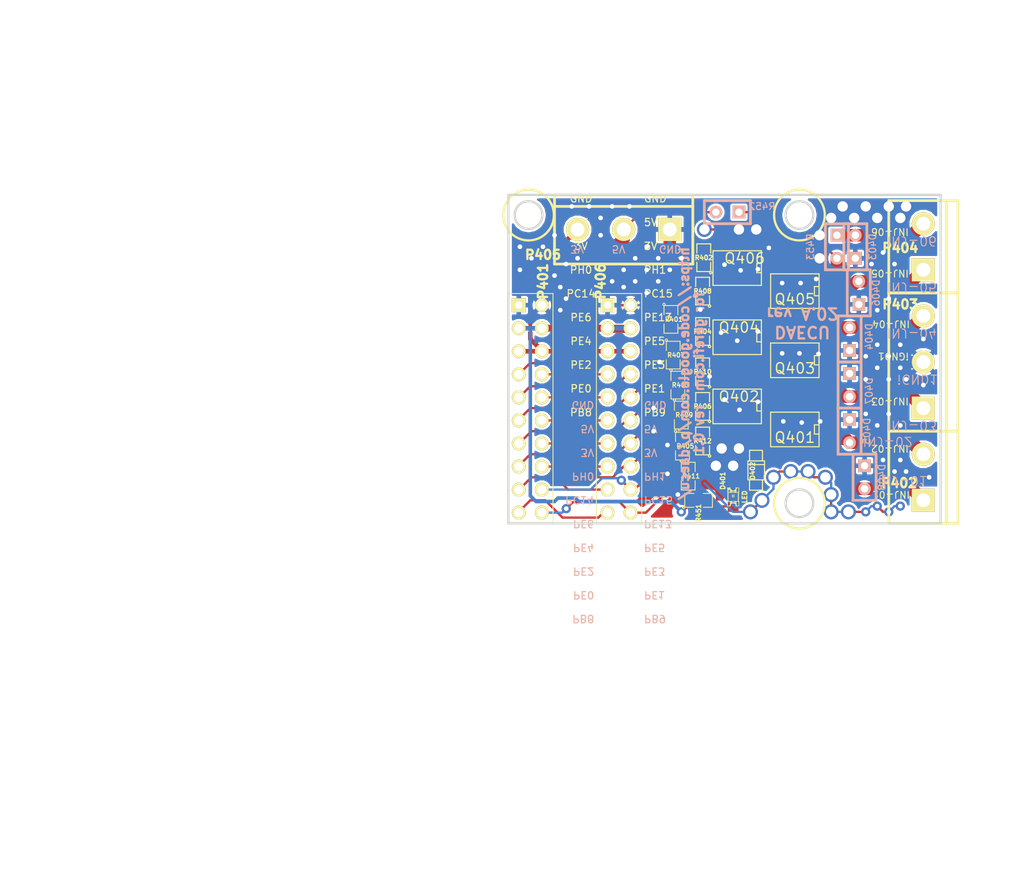
<source format=kicad_pcb>
(kicad_pcb (version 3) (host pcbnew "(2013-07-07 BZR 4022)-stable")
  (title_block (title "6 Channel Injector board") (rev "Spin A R0.2") (company http://code.google.com/p/daecu/))
  (layers (15 F.Cu signal) (0 B.Cu signal) (18 B.Paste user) (19 F.Paste user) (20 B.SilkS user hide) (21 F.SilkS user) (22 B.Mask user) (23 F.Mask user) (28 Edge.Cuts user))
  (net 0 "")
  (net 1 /3.3V)
  (net 2 /5V)
  (net 3 /INJ-01)
  (net 4 /INJ-01_5V)
  (net 5 /INJ-02)
  (net 6 /INJ-02_5V)
  (net 7 /INJ-03)
  (net 8 /INJ-03_5V)
  (net 9 /INJ-04)
  (net 10 /INJ-04_5V)
  (net 11 /INJ-05)
  (net 12 /INJ-05_5V)
  (net 13 /INJ-06)
  (net 14 /INJ-06_2)
  (net 15 /INJ-06_5V)
  (net 16 /PB8)
  (net 17 /PC14)
  (net 18 /PE0)
  (net 19 /PE2)
  (net 20 /PE4)
  (net 21 /PE6)
  (net 22 /PH0)
  (net 23 /PH1)
  (net 24 GND)
  (net 25 N-0000020)
  (net 26 N-0000022)
  (net 27 N-0000023)
  (net 28 N-0000024)
  (net 29 N-0000025)
  (net 30 N-0000026)
  (net 31 N-000007)
  (net 32 N-000008)
  (module SO8E_ST (layer F.Cu) (at 201.8665 130.4925 180)
    (fp_text reference Q404 (at -0.1905 1.0795 180) (layer F.SilkS) (effects (font (size 1.143 1.143) (thickness 0.1524))))
    (fp_text value OVP_DRIVER hide)
    (pad 2 smd rect (at -1.905 -2.667 180) (size 0.508 1.143) (layers F.Cu F.Paste F.Mask) (net 9 /INJ-04))
    (pad 3 smd rect (at -1.905 2.667 180) (size 0.508 1.143) (layers F.Cu F.Paste F.Mask) (net 24 GND))
    (pad 2 smd rect (at -0.635 -2.667 180) (size 0.508 1.143) (layers F.Cu F.Paste F.Mask) (net 9 /INJ-04))
    (pad 2 smd rect (at 0.635 -2.667 180) (size 0.508 1.143) (layers F.Cu F.Paste F.Mask) (net 9 /INJ-04))
    (pad 2 smd rect (at 1.905 -2.667 180) (size 0.508 1.143) (layers F.Cu F.Paste F.Mask) (net 9 /INJ-04))
    (pad 3 smd rect (at -0.635 2.667 180) (size 0.508 1.143) (layers F.Cu F.Paste F.Mask) (net 24 GND))
    (pad 3 smd rect (at 0.635 2.667 180) (size 0.508 1.143) (layers F.Cu F.Paste F.Mask) (net 24 GND))
    (pad 1 smd rect (at 1.905 2.667 180) (size 0.508 1.143) (layers F.Cu F.Paste F.Mask) (net 26 N-0000022))
  )
  (module SO8E_ST (layer F.Cu) (at 208.2165 140.6525 180)
    (fp_text reference Q401 (at 0 -0.889 180) (layer F.SilkS) (effects (font (size 1.143 1.143) (thickness 0.1524))))
    (fp_text value OVP_DRIVER hide)
    (pad 2 smd rect (at -1.905 -2.667 180) (size 0.508 1.143) (layers F.Cu F.Paste F.Mask) (net 3 /INJ-01))
    (pad 3 smd rect (at -1.905 2.667 180) (size 0.508 1.143) (layers F.Cu F.Paste F.Mask) (net 24 GND))
    (pad 2 smd rect (at -0.635 -2.667 180) (size 0.508 1.143) (layers F.Cu F.Paste F.Mask) (net 3 /INJ-01))
    (pad 2 smd rect (at 0.635 -2.667 180) (size 0.508 1.143) (layers F.Cu F.Paste F.Mask) (net 3 /INJ-01))
    (pad 2 smd rect (at 1.905 -2.667 180) (size 0.508 1.143) (layers F.Cu F.Paste F.Mask) (net 3 /INJ-01))
    (pad 3 smd rect (at -0.635 2.667 180) (size 0.508 1.143) (layers F.Cu F.Paste F.Mask) (net 24 GND))
    (pad 3 smd rect (at 0.635 2.667 180) (size 0.508 1.143) (layers F.Cu F.Paste F.Mask) (net 24 GND))
    (pad 1 smd rect (at 1.905 2.667 180) (size 0.508 1.143) (layers F.Cu F.Paste F.Mask) (net 29 N-0000025))
  )
  (module SO8E_ST (layer F.Cu) (at 201.8665 138.1125 180)
    (fp_text reference Q402 (at -0.1905 1.0795 180) (layer F.SilkS) (effects (font (size 1.143 1.143) (thickness 0.1524))))
    (fp_text value OVP_DRIVER hide)
    (pad 2 smd rect (at -1.905 -2.667 180) (size 0.508 1.143) (layers F.Cu F.Paste F.Mask) (net 5 /INJ-02))
    (pad 3 smd rect (at -1.905 2.667 180) (size 0.508 1.143) (layers F.Cu F.Paste F.Mask) (net 24 GND))
    (pad 2 smd rect (at -0.635 -2.667 180) (size 0.508 1.143) (layers F.Cu F.Paste F.Mask) (net 5 /INJ-02))
    (pad 2 smd rect (at 0.635 -2.667 180) (size 0.508 1.143) (layers F.Cu F.Paste F.Mask) (net 5 /INJ-02))
    (pad 2 smd rect (at 1.905 -2.667 180) (size 0.508 1.143) (layers F.Cu F.Paste F.Mask) (net 5 /INJ-02))
    (pad 3 smd rect (at -0.635 2.667 180) (size 0.508 1.143) (layers F.Cu F.Paste F.Mask) (net 24 GND))
    (pad 3 smd rect (at 0.635 2.667 180) (size 0.508 1.143) (layers F.Cu F.Paste F.Mask) (net 24 GND))
    (pad 1 smd rect (at 1.905 2.667 180) (size 0.508 1.143) (layers F.Cu F.Paste F.Mask) (net 28 N-0000024))
  )
  (module SO8E_ST (layer F.Cu) (at 208.2165 133.0325 180)
    (fp_text reference Q403 (at 0 -0.889 180) (layer F.SilkS) (effects (font (size 1.143 1.143) (thickness 0.1524))))
    (fp_text value OVP_DRIVER hide)
    (pad 2 smd rect (at -1.905 -2.667 180) (size 0.508 1.143) (layers F.Cu F.Paste F.Mask) (net 7 /INJ-03))
    (pad 3 smd rect (at -1.905 2.667 180) (size 0.508 1.143) (layers F.Cu F.Paste F.Mask) (net 24 GND))
    (pad 2 smd rect (at -0.635 -2.667 180) (size 0.508 1.143) (layers F.Cu F.Paste F.Mask) (net 7 /INJ-03))
    (pad 2 smd rect (at 0.635 -2.667 180) (size 0.508 1.143) (layers F.Cu F.Paste F.Mask) (net 7 /INJ-03))
    (pad 2 smd rect (at 1.905 -2.667 180) (size 0.508 1.143) (layers F.Cu F.Paste F.Mask) (net 7 /INJ-03))
    (pad 3 smd rect (at -0.635 2.667 180) (size 0.508 1.143) (layers F.Cu F.Paste F.Mask) (net 24 GND))
    (pad 3 smd rect (at 0.635 2.667 180) (size 0.508 1.143) (layers F.Cu F.Paste F.Mask) (net 24 GND))
    (pad 1 smd rect (at 1.905 2.667 180) (size 0.508 1.143) (layers F.Cu F.Paste F.Mask) (net 27 N-0000023))
  )
  (module SO8E_ST (layer F.Cu) (at 201.8665 122.8725 180)
    (fp_text reference Q406 (at -0.8255 1.0795 180) (layer F.SilkS) (effects (font (size 1.143 1.143) (thickness 0.1524))))
    (fp_text value OVP_DRIVER hide)
    (pad 2 smd rect (at -1.905 -2.667 180) (size 0.508 1.143) (layers F.Cu F.Paste F.Mask) (net 13 /INJ-06))
    (pad 3 smd rect (at -1.905 2.667 180) (size 0.508 1.143) (layers F.Cu F.Paste F.Mask) (net 24 GND))
    (pad 2 smd rect (at -0.635 -2.667 180) (size 0.508 1.143) (layers F.Cu F.Paste F.Mask) (net 13 /INJ-06))
    (pad 2 smd rect (at 0.635 -2.667 180) (size 0.508 1.143) (layers F.Cu F.Paste F.Mask) (net 13 /INJ-06))
    (pad 2 smd rect (at 1.905 -2.667 180) (size 0.508 1.143) (layers F.Cu F.Paste F.Mask) (net 13 /INJ-06))
    (pad 3 smd rect (at -0.635 2.667 180) (size 0.508 1.143) (layers F.Cu F.Paste F.Mask) (net 24 GND))
    (pad 3 smd rect (at 0.635 2.667 180) (size 0.508 1.143) (layers F.Cu F.Paste F.Mask) (net 24 GND))
    (pad 1 smd rect (at 1.905 2.667 180) (size 0.508 1.143) (layers F.Cu F.Paste F.Mask) (net 25 N-0000020))
  )
  (module SO8E_ST (layer F.Cu) (at 208.2165 125.4125 180)
    (fp_text reference Q405 (at 0 -0.889 180) (layer F.SilkS) (effects (font (size 1.143 1.143) (thickness 0.1524))))
    (fp_text value OVP_DRIVER hide)
    (pad 2 smd rect (at -1.905 -2.667 180) (size 0.508 1.143) (layers F.Cu F.Paste F.Mask) (net 11 /INJ-05))
    (pad 3 smd rect (at -1.905 2.667 180) (size 0.508 1.143) (layers F.Cu F.Paste F.Mask) (net 24 GND))
    (pad 2 smd rect (at -0.635 -2.667 180) (size 0.508 1.143) (layers F.Cu F.Paste F.Mask) (net 11 /INJ-05))
    (pad 2 smd rect (at 0.635 -2.667 180) (size 0.508 1.143) (layers F.Cu F.Paste F.Mask) (net 11 /INJ-05))
    (pad 2 smd rect (at 1.905 -2.667 180) (size 0.508 1.143) (layers F.Cu F.Paste F.Mask) (net 11 /INJ-05))
    (pad 3 smd rect (at -0.635 2.667 180) (size 0.508 1.143) (layers F.Cu F.Paste F.Mask) (net 24 GND))
    (pad 3 smd rect (at 0.635 2.667 180) (size 0.508 1.143) (layers F.Cu F.Paste F.Mask) (net 24 GND))
    (pad 1 smd rect (at 1.905 2.667 180) (size 0.508 1.143) (layers F.Cu F.Paste F.Mask) (net 30 N-0000026))
  )
  (module SM0805 (layer F.Cu) (at 198.0565 141.9225 90)
    (fp_text reference R412 (at 0 0 180) (layer F.SilkS) (effects (font (size 0.508 0.508) (thickness 0.127))))
    (fp_text value 1K hide)
    (pad 1 smd rect (at -0.9525 0 90) (size 0.889 1.397) (layers F.Cu F.Paste F.Mask) (net 24 GND))
    (pad 2 smd rect (at 0.9525 0 90) (size 0.889 1.397) (layers F.Cu F.Paste F.Mask) (net 29 N-0000025))
  )
  (module SM0805 (layer F.Cu) (at 198.0565 138.1125 90)
    (fp_text reference R406 (at 0 0 180) (layer F.SilkS) (effects (font (size 0.508 0.508) (thickness 0.127))))
    (fp_text value 1K hide)
    (pad 1 smd rect (at -0.9525 0 90) (size 0.889 1.397) (layers F.Cu F.Paste F.Mask) (net 24 GND))
    (pad 2 smd rect (at 0.9525 0 90) (size 0.889 1.397) (layers F.Cu F.Paste F.Mask) (net 28 N-0000024))
  )
  (module SM0805 (layer F.Cu) (at 198.0565 129.8575 90)
    (fp_text reference R404 (at 0 0 180) (layer F.SilkS) (effects (font (size 0.508 0.508) (thickness 0.127))))
    (fp_text value 1K hide)
    (pad 1 smd rect (at -0.9525 0 90) (size 0.889 1.397) (layers F.Cu F.Paste F.Mask) (net 24 GND))
    (pad 2 smd rect (at 0.9525 0 90) (size 0.889 1.397) (layers F.Cu F.Paste F.Mask) (net 26 N-0000022))
  )
  (module SM0805 (layer F.Cu) (at 198.0565 134.3025 90)
    (fp_text reference R410 (at 0 0 180) (layer F.SilkS) (effects (font (size 0.508 0.508) (thickness 0.127))))
    (fp_text value 1K hide)
    (pad 1 smd rect (at -0.9525 0 90) (size 0.889 1.397) (layers F.Cu F.Paste F.Mask) (net 24 GND))
    (pad 2 smd rect (at 0.9525 0 90) (size 0.889 1.397) (layers F.Cu F.Paste F.Mask) (net 27 N-0000023))
  )
  (module SM0805 (layer F.Cu) (at 198.1835 121.7295 90)
    (fp_text reference R402 (at 0 0 180) (layer F.SilkS) (effects (font (size 0.508 0.508) (thickness 0.127))))
    (fp_text value 1K hide)
    (pad 1 smd rect (at -0.9525 0 90) (size 0.889 1.397) (layers F.Cu F.Paste F.Mask) (net 24 GND))
    (pad 2 smd rect (at 0.9525 0 90) (size 0.889 1.397) (layers F.Cu F.Paste F.Mask) (net 25 N-0000020))
  )
  (module SM0805 (layer F.Cu) (at 198.0565 125.4125 90)
    (fp_text reference R408 (at 0 0 180) (layer F.SilkS) (effects (font (size 0.508 0.508) (thickness 0.127))))
    (fp_text value 1K hide)
    (pad 1 smd rect (at -0.9525 0 90) (size 0.889 1.397) (layers F.Cu F.Paste F.Mask) (net 24 GND))
    (pad 2 smd rect (at 0.9525 0 90) (size 0.889 1.397) (layers F.Cu F.Paste F.Mask) (net 30 N-0000026))
  )
  (module pin_array_10x2 (layer F.Cu) (at 179.07 138.43 270)
    (fp_text reference P401 (at -14.097 -1.397 270) (layer F.SilkS) (effects (font (size 1.016 1.016) (thickness 0.254))))
    (fp_text value HEADER_10X2 hide)
    (pad 1 thru_hole rect (at -11.47064 1.27 270) (size 1.524 1.524) (drill 0.8128) (layers *.Cu *.Mask F.SilkS) (net 24 GND))
    (pad 2 thru_hole circle (at -11.47064 -1.27 270) (size 1.524 1.524) (drill 1.016) (layers *.Cu *.Mask F.SilkS) (net 24 GND))
    (pad 3 thru_hole circle (at -8.93064 1.27 270) (size 1.524 1.524) (drill 1.016) (layers *.Cu *.Mask F.SilkS) (net 2 /5V))
    (pad 4 thru_hole circle (at -8.93064 -1.27 270) (size 1.524 1.524) (drill 1.016) (layers *.Cu *.Mask F.SilkS) (net 2 /5V))
    (pad 5 thru_hole circle (at -6.39064 1.27 270) (size 1.524 1.524) (drill 1.016) (layers *.Cu *.Mask F.SilkS) (net 1 /3.3V))
    (pad 6 thru_hole circle (at -6.39064 -1.27 270) (size 1.524 1.524) (drill 1.016) (layers *.Cu *.Mask F.SilkS) (net 1 /3.3V))
    (pad 7 thru_hole circle (at -3.85064 1.27 270) (size 1.524 1.524) (drill 1.016) (layers *.Cu *.Mask F.SilkS) (net 22 /PH0))
    (pad 8 thru_hole circle (at -3.85064 -1.27 270) (size 1.524 1.524) (drill 1.016) (layers *.Cu *.Mask F.SilkS) (net 23 /PH1))
    (pad 9 thru_hole circle (at -1.31064 1.27 270) (size 1.524 1.524) (drill 1.016) (layers *.Cu *.Mask F.SilkS) (net 17 /PC14))
    (pad 10 thru_hole circle (at -1.31064 -1.27 270) (size 1.524 1.524) (drill 1.016) (layers *.Cu *.Mask F.SilkS) (net 15 /INJ-06_5V))
    (pad 11 thru_hole circle (at 1.22936 1.27 270) (size 1.524 1.524) (drill 1.016) (layers *.Cu *.Mask F.SilkS) (net 21 /PE6))
    (pad 12 thru_hole circle (at 1.22936 -1.27 270) (size 1.524 1.524) (drill 1.016) (layers *.Cu *.Mask F.SilkS) (net 12 /INJ-05_5V))
    (pad 13 thru_hole circle (at 3.76936 1.27 270) (size 1.524 1.524) (drill 1.016) (layers *.Cu *.Mask F.SilkS) (net 20 /PE4))
    (pad 14 thru_hole circle (at 3.76936 -1.27 270) (size 1.524 1.524) (drill 1.016) (layers *.Cu *.Mask F.SilkS) (net 10 /INJ-04_5V))
    (pad 15 thru_hole circle (at 6.30936 1.27 270) (size 1.524 1.524) (drill 1.016) (layers *.Cu *.Mask F.SilkS) (net 19 /PE2))
    (pad 16 thru_hole circle (at 6.30936 -1.27 270) (size 1.524 1.524) (drill 1.016) (layers *.Cu *.Mask F.SilkS) (net 8 /INJ-03_5V))
    (pad 17 thru_hole circle (at 8.84936 1.27 270) (size 1.524 1.524) (drill 1.016) (layers *.Cu *.Mask F.SilkS) (net 18 /PE0))
    (pad 18 thru_hole circle (at 8.84936 -1.27 270) (size 1.524 1.524) (drill 1.016) (layers *.Cu *.Mask F.SilkS) (net 6 /INJ-02_5V))
    (pad 19 thru_hole circle (at 11.38936 1.27 270) (size 1.524 1.524) (drill 1.016) (layers *.Cu *.Mask F.SilkS) (net 16 /PB8))
    (pad 20 thru_hole circle (at 11.38936 -1.27 270) (size 1.524 1.524) (drill 1.016) (layers *.Cu *.Mask F.SilkS) (net 4 /INJ-01_5V))
  )
  (module bornier3 (layer F.Cu) (at 222.377 133.223 90)
    (fp_text reference P403 (at 6.35 -2.54 180) (layer F.SilkS) (effects (font (size 1.016 1.016) (thickness 0.254))))
    (fp_text value CONN_3 hide)
    (pad 1 thru_hole rect (at -5.08 0 90) (size 2.54 2.54) (drill 1.524) (layers *.Cu *.Mask F.SilkS) (net 7 /INJ-03))
    (pad 2 thru_hole circle (at 0 0 90) (size 2.54 2.54) (drill 1.524) (layers *.Cu *.Mask F.SilkS) (net 24 GND))
    (pad 3 thru_hole circle (at 5.08 0 90) (size 2.54 2.54) (drill 1.524) (layers *.Cu *.Mask F.SilkS) (net 9 /INJ-04))
  )
  (module bornier2 (layer F.Cu) (at 222.377 145.923 90)
    (fp_text reference P402 (at -0.635 -2.667 180) (layer F.SilkS) (effects (font (size 1.016 1.016) (thickness 0.254))))
    (fp_text value CONN_2 hide)
    (pad 1 thru_hole rect (at -2.54 0 90) (size 2.54 2.54) (drill 1.524) (layers *.Cu *.Mask F.SilkS) (net 3 /INJ-01))
    (pad 2 thru_hole circle (at 2.54 0 90) (size 2.54 2.54) (drill 1.524) (layers *.Cu *.Mask F.SilkS) (net 5 /INJ-02))
  )
  (module bornier2 (layer F.Cu) (at 222.377 120.523 90)
    (fp_text reference P404 (at -0.127 -2.54 180) (layer F.SilkS) (effects (font (size 1.016 1.016) (thickness 0.254))))
    (fp_text value CONN_2 hide)
    (pad 1 thru_hole rect (at -2.54 0 90) (size 2.54 2.54) (drill 1.524) (layers *.Cu *.Mask F.SilkS) (net 11 /INJ-05))
    (pad 2 thru_hole circle (at 2.54 0 90) (size 2.54 2.54) (drill 1.524) (layers *.Cu *.Mask F.SilkS) (net 14 /INJ-06_2))
  )
  (module pin_array_10x2 (layer F.Cu) (at 188.849 138.43 270)
    (fp_text reference P406 (at -14.097 2.032 270) (layer F.SilkS) (effects (font (size 1.016 1.016) (thickness 0.254))))
    (fp_text value HEADER_10X2 hide)
    (pad 1 thru_hole rect (at -11.47064 1.27 270) (size 1.524 1.524) (drill 0.8128) (layers *.Cu *.Mask F.SilkS) (net 24 GND))
    (pad 2 thru_hole circle (at -11.47064 -1.27 270) (size 1.524 1.524) (drill 1.016) (layers *.Cu *.Mask F.SilkS) (net 24 GND))
    (pad 3 thru_hole circle (at -8.93064 1.27 270) (size 1.524 1.524) (drill 1.016) (layers *.Cu *.Mask F.SilkS) (net 2 /5V))
    (pad 4 thru_hole circle (at -8.93064 -1.27 270) (size 1.524 1.524) (drill 1.016) (layers *.Cu *.Mask F.SilkS) (net 2 /5V))
    (pad 5 thru_hole circle (at -6.39064 1.27 270) (size 1.524 1.524) (drill 1.016) (layers *.Cu *.Mask F.SilkS) (net 1 /3.3V))
    (pad 6 thru_hole circle (at -6.39064 -1.27 270) (size 1.524 1.524) (drill 1.016) (layers *.Cu *.Mask F.SilkS) (net 1 /3.3V))
    (pad 7 thru_hole circle (at -3.85064 1.27 270) (size 1.524 1.524) (drill 1.016) (layers *.Cu *.Mask F.SilkS) (net 22 /PH0))
    (pad 8 thru_hole circle (at -3.85064 -1.27 270) (size 1.524 1.524) (drill 1.016) (layers *.Cu *.Mask F.SilkS) (net 23 /PH1))
    (pad 9 thru_hole circle (at -1.31064 1.27 270) (size 1.524 1.524) (drill 1.016) (layers *.Cu *.Mask F.SilkS) (net 17 /PC14))
    (pad 10 thru_hole circle (at -1.31064 -1.27 270) (size 1.524 1.524) (drill 1.016) (layers *.Cu *.Mask F.SilkS) (net 15 /INJ-06_5V))
    (pad 11 thru_hole circle (at 1.22936 1.27 270) (size 1.524 1.524) (drill 1.016) (layers *.Cu *.Mask F.SilkS) (net 21 /PE6))
    (pad 12 thru_hole circle (at 1.22936 -1.27 270) (size 1.524 1.524) (drill 1.016) (layers *.Cu *.Mask F.SilkS) (net 12 /INJ-05_5V))
    (pad 13 thru_hole circle (at 3.76936 1.27 270) (size 1.524 1.524) (drill 1.016) (layers *.Cu *.Mask F.SilkS) (net 20 /PE4))
    (pad 14 thru_hole circle (at 3.76936 -1.27 270) (size 1.524 1.524) (drill 1.016) (layers *.Cu *.Mask F.SilkS) (net 10 /INJ-04_5V))
    (pad 15 thru_hole circle (at 6.30936 1.27 270) (size 1.524 1.524) (drill 1.016) (layers *.Cu *.Mask F.SilkS) (net 19 /PE2))
    (pad 16 thru_hole circle (at 6.30936 -1.27 270) (size 1.524 1.524) (drill 1.016) (layers *.Cu *.Mask F.SilkS) (net 8 /INJ-03_5V))
    (pad 17 thru_hole circle (at 8.84936 1.27 270) (size 1.524 1.524) (drill 1.016) (layers *.Cu *.Mask F.SilkS) (net 18 /PE0))
    (pad 18 thru_hole circle (at 8.84936 -1.27 270) (size 1.524 1.524) (drill 1.016) (layers *.Cu *.Mask F.SilkS) (net 6 /INJ-02_5V))
    (pad 19 thru_hole circle (at 11.38936 1.27 270) (size 1.524 1.524) (drill 1.016) (layers *.Cu *.Mask F.SilkS) (net 16 /PB8))
    (pad 20 thru_hole circle (at 11.38936 -1.27 270) (size 1.524 1.524) (drill 1.016) (layers *.Cu *.Mask F.SilkS) (net 4 /INJ-01_5V))
  )
  (module bornier3 (layer F.Cu) (at 189.357 118.618 180)
    (fp_text reference P405 (at 8.89 -2.794 180) (layer F.SilkS) (effects (font (size 1.016 1.016) (thickness 0.254))))
    (fp_text value CONN_3 hide)
    (pad 1 thru_hole rect (at -5.08 0 180) (size 2.54 2.54) (drill 1.524) (layers *.Cu *.Mask F.SilkS) (net 24 GND))
    (pad 2 thru_hole circle (at 0 0 180) (size 2.54 2.54) (drill 1.524) (layers *.Cu *.Mask F.SilkS) (net 2 /5V))
    (pad 3 thru_hole circle (at 5.08 0 180) (size 2.54 2.54) (drill 1.524) (layers *.Cu *.Mask F.SilkS) (net 1 /3.3V))
  )
  (module SOD-123 (layer F.Cu) (at 203.962 145.161 90)
    (fp_text reference D402 (at -0.0508 -0.4064 90) (layer F.SilkS) (effects (font (size 0.508 0.508) (thickness 0.127))))
    (fp_text value DIODE hide)
    (pad 1 smd rect (at -1.6256 -0.0254 90) (size 0.9652 1.27) (layers F.Cu F.Paste F.Mask) (net 32 N-000008))
    (pad 2 smd rect (at 1.651 -0.0254 90) (size 0.9652 1.27) (layers F.Cu F.Paste F.Mask) (net 3 /INJ-01))
  )
  (module SM0805 (layer F.Cu) (at 197.612 148.463)
    (fp_text reference R451 (at 0 1.397 90) (layer F.SilkS) (effects (font (size 0.508 0.508) (thickness 0.127))))
    (fp_text value 1K hide)
    (pad 1 smd rect (at -0.9525 0) (size 0.889 1.397) (layers F.Cu F.Paste F.Mask) (net 2 /5V))
    (pad 2 smd rect (at 0.9525 0) (size 0.889 1.397) (layers F.Cu F.Paste F.Mask) (net 31 N-000007))
  )
  (module LED-0805 (layer F.Cu) (at 201.422 148.082 90)
    (fp_text reference D401 (at 1.778 -1.143 90) (layer F.SilkS) (effects (font (size 0.508 0.508) (thickness 0.127))))
    (fp_text value LED (at 0 1.27 90) (layer F.SilkS) (effects (font (size 0.508 0.508) (thickness 0.127))))
    (pad 1 smd rect (at -1.04902 0 90) (size 1.19888 1.19888) (layers F.Cu F.Paste F.Mask) (net 31 N-000007))
    (pad 2 smd rect (at 1.04902 0 90) (size 1.19888 1.19888) (layers F.Cu F.Paste F.Mask) (net 32 N-000008))
  )
  (module SIL-2 (layer B.Cu) (at 214.884 120.523 90)
    (fp_text reference D403 (at 0 1.905 90) (layer B.SilkS) (effects (font (size 0.762 0.762) (thickness 0.127)) (justify mirror)))
    (fp_text value DIODE hide)
    (pad 1 thru_hole rect (at -1.27 0 90) (size 1.397 1.397) (drill 0.8128) (layers *.Cu *.Mask B.SilkS) (net 24 GND))
    (pad 2 thru_hole circle (at 1.27 0 90) (size 1.397 1.397) (drill 0.8128) (layers *.Cu *.Mask B.SilkS) (net 14 /INJ-06_2))
  )
  (module SIL-2 (layer B.Cu) (at 215.265 125.603 90)
    (fp_text reference D406 (at 0 1.905 90) (layer B.SilkS) (effects (font (size 0.762 0.762) (thickness 0.127)) (justify mirror)))
    (fp_text value DIODE hide)
    (pad 1 thru_hole rect (at -1.27 0 90) (size 1.397 1.397) (drill 0.8128) (layers *.Cu *.Mask B.SilkS) (net 24 GND))
    (pad 2 thru_hole circle (at 1.27 0 90) (size 1.397 1.397) (drill 0.8128) (layers *.Cu *.Mask B.SilkS) (net 11 /INJ-05))
  )
  (module SIL-2 (layer B.Cu) (at 214.249 130.683 90)
    (fp_text reference D404 (at 0.254 2.159 90) (layer B.SilkS) (effects (font (size 0.762 0.762) (thickness 0.127)) (justify mirror)))
    (fp_text value DIODE hide)
    (pad 1 thru_hole rect (at -1.27 0 90) (size 1.397 1.397) (drill 0.8128) (layers *.Cu *.Mask B.SilkS) (net 24 GND))
    (pad 2 thru_hole circle (at 1.27 0 90) (size 1.397 1.397) (drill 0.8128) (layers *.Cu *.Mask B.SilkS) (net 9 /INJ-04))
  )
  (module SIL-2 (layer B.Cu) (at 214.249 135.763 270)
    (fp_text reference D407 (at 0.635 -2.159 270) (layer B.SilkS) (effects (font (size 0.762 0.762) (thickness 0.127)) (justify mirror)))
    (fp_text value DIODE hide)
    (pad 1 thru_hole rect (at -1.27 0 270) (size 1.397 1.397) (drill 0.8128) (layers *.Cu *.Mask B.SilkS) (net 24 GND))
    (pad 2 thru_hole circle (at 1.27 0 270) (size 1.397 1.397) (drill 0.8128) (layers *.Cu *.Mask B.SilkS) (net 7 /INJ-03))
  )
  (module SIL-2 (layer B.Cu) (at 214.249 140.843 270)
    (fp_text reference D405 (at 0 -1.905 270) (layer B.SilkS) (effects (font (size 0.762 0.762) (thickness 0.127)) (justify mirror)))
    (fp_text value DIODE hide)
    (pad 1 thru_hole rect (at -1.27 0 270) (size 1.397 1.397) (drill 0.8128) (layers *.Cu *.Mask B.SilkS) (net 24 GND))
    (pad 2 thru_hole circle (at 1.27 0 270) (size 1.397 1.397) (drill 0.8128) (layers *.Cu *.Mask B.SilkS) (net 5 /INJ-02))
  )
  (module SIL-2 (layer B.Cu) (at 215.9 145.923 270)
    (fp_text reference D408 (at 0 -1.905 270) (layer B.SilkS) (effects (font (size 0.762 0.762) (thickness 0.127)) (justify mirror)))
    (fp_text value DIODE hide)
    (pad 1 thru_hole rect (at -1.27 0 270) (size 1.397 1.397) (drill 0.8128) (layers *.Cu *.Mask B.SilkS) (net 24 GND))
    (pad 2 thru_hole circle (at 1.27 0 270) (size 1.397 1.397) (drill 0.8128) (layers *.Cu *.Mask B.SilkS) (net 3 /INJ-01))
  )
  (module SIL-2 (layer B.Cu) (at 200.787 116.713 180)
    (fp_text reference R452 (at -3.81 0.635 180) (layer B.SilkS) (effects (font (size 0.762 0.762) (thickness 0.127)) (justify mirror)))
    (fp_text value OPT hide)
    (pad 1 thru_hole rect (at -1.27 0 180) (size 1.397 1.397) (drill 0.8128) (layers *.Cu *.Mask B.SilkS) (net 13 /INJ-06))
    (pad 2 thru_hole circle (at 1.27 0 180) (size 1.397 1.397) (drill 0.8128) (layers *.Cu *.Mask B.SilkS) (net 2 /5V))
  )
  (module SIL-2 (layer B.Cu) (at 212.852 120.523 270)
    (fp_text reference R453 (at 0 2.921 270) (layer B.SilkS) (effects (font (size 0.762 0.762) (thickness 0.127)) (justify mirror)))
    (fp_text value 0R hide)
    (pad 1 thru_hole rect (at -1.27 0 270) (size 1.397 1.397) (drill 0.8128) (layers *.Cu *.Mask B.SilkS) (net 14 /INJ-06_2))
    (pad 2 thru_hole circle (at 1.27 0 270) (size 1.397 1.397) (drill 0.8128) (layers *.Cu *.Mask B.SilkS) (net 13 /INJ-06))
  )
  (module SM0805 (layer F.Cu) (at 194.564 128.524 270)
    (fp_text reference R401 (at 0 -0.3175 360) (layer F.SilkS) (effects (font (size 0.50038 0.50038) (thickness 0.10922))))
    (fp_text value 20R hide)
    (pad 1 smd rect (at -0.9525 0 270) (size 0.889 1.397) (layers F.Cu F.Paste F.Mask) (net 25 N-0000020))
    (pad 2 smd rect (at 0.9525 0 270) (size 0.889 1.397) (layers F.Cu F.Paste F.Mask) (net 15 /INJ-06_5V))
  )
  (module SM0805 (layer F.Cu) (at 194.818 132.461 270)
    (fp_text reference R407 (at 0 -0.3175 360) (layer F.SilkS) (effects (font (size 0.50038 0.50038) (thickness 0.10922))))
    (fp_text value 20R hide)
    (pad 1 smd rect (at -0.9525 0 270) (size 0.889 1.397) (layers F.Cu F.Paste F.Mask) (net 30 N-0000026))
    (pad 2 smd rect (at 0.9525 0 270) (size 0.889 1.397) (layers F.Cu F.Paste F.Mask) (net 12 /INJ-05_5V))
  )
  (module SM0805 (layer F.Cu) (at 195.326 135.763 270)
    (fp_text reference R403 (at 0 -0.3175 360) (layer F.SilkS) (effects (font (size 0.50038 0.50038) (thickness 0.10922))))
    (fp_text value 20R hide)
    (pad 1 smd rect (at -0.9525 0 270) (size 0.889 1.397) (layers F.Cu F.Paste F.Mask) (net 26 N-0000022))
    (pad 2 smd rect (at 0.9525 0 270) (size 0.889 1.397) (layers F.Cu F.Paste F.Mask) (net 10 /INJ-04_5V))
  )
  (module SM0805 (layer F.Cu) (at 195.707 139.065 270)
    (fp_text reference R409 (at 0 -0.3175 360) (layer F.SilkS) (effects (font (size 0.50038 0.50038) (thickness 0.10922))))
    (fp_text value 20R hide)
    (pad 1 smd rect (at -0.9525 0 270) (size 0.889 1.397) (layers F.Cu F.Paste F.Mask) (net 27 N-0000023))
    (pad 2 smd rect (at 0.9525 0 270) (size 0.889 1.397) (layers F.Cu F.Paste F.Mask) (net 8 /INJ-03_5V))
  )
  (module SM0805 (layer F.Cu) (at 195.834 142.494 270)
    (fp_text reference R405 (at 0 -0.3175 360) (layer F.SilkS) (effects (font (size 0.50038 0.50038) (thickness 0.10922))))
    (fp_text value 20R hide)
    (pad 1 smd rect (at -0.9525 0 270) (size 0.889 1.397) (layers F.Cu F.Paste F.Mask) (net 28 N-0000024))
    (pad 2 smd rect (at 0.9525 0 270) (size 0.889 1.397) (layers F.Cu F.Paste F.Mask) (net 6 /INJ-02_5V))
  )
  (module SM0805 (layer F.Cu) (at 196.469 145.796 270)
    (fp_text reference R411 (at 0 -0.3175 360) (layer F.SilkS) (effects (font (size 0.50038 0.50038) (thickness 0.10922))))
    (fp_text value 20R hide)
    (pad 1 smd rect (at -0.9525 0 270) (size 0.889 1.397) (layers F.Cu F.Paste F.Mask) (net 29 N-0000025))
    (pad 2 smd rect (at 0.9525 0 270) (size 0.889 1.397) (layers F.Cu F.Paste F.Mask) (net 4 /INJ-01_5V))
  )
  (gr_text "3V     5V      GND" (at 189.611 120.777 180) (layer B.SilkS) (effects (font (size 0.8128 0.8128) (thickness 0.127)) (justify mirror)))
  (gr_text "PB8\n\nPE0\n\nPE2\n\nPE4\n\nPE6\n\nPC14\n\nPH0\n\n3V\n\n5V\n\nGND" (at 186.182 149.733 180) (layer B.SilkS) (effects (font (size 0.8128 0.8128) (thickness 0.127)) (justify right mirror)))
  (gr_text "PB9\n\nPE1\n\nPE3\n\nPE5\n\nPE13\n\nPC15\n\nPH1\n\n3V\n\n5V\n\nGND" (at 191.516 149.733 180) (layer B.SilkS) (effects (font (size 0.8128 0.8128) (thickness 0.127)) (justify left mirror)))
  (gr_text "GND\n\n5V\n\n3V\n\nPH1\n\nPC15\n\nPE13\n\nPE5\n\nPE3\n\nPE1\n\nPB9" (at 191.516 127) (layer F.SilkS) (effects (font (size 0.8128 0.8128) (thickness 0.127)) (justify left)))
  (gr_text "GND\n\n5V\n\n3V\n\nPH0\n\nPC14\n\nPE6\n\nPE4\n\nPE2\n\nPE0\n\nPB8" (at 184.658 127) (layer F.SilkS) (effects (font (size 0.8128 0.8128) (thickness 0.127))))
  (gr_line (start 224.282 114.808) (end 176.657 114.808) (angle 90) (layer Edge.Cuts) (width 0.254))
  (gr_line (start 224.282 151.003) (end 176.657 151.003) (angle 90) (layer Edge.Cuts) (width 0.254))
  (gr_line (start 224.282 114.808) (end 224.282 151.003) (angle 90) (layer Edge.Cuts) (width 0.254))
  (gr_line (start 176.657 151.003) (end 176.657 114.808) (angle 90) (layer Edge.Cuts) (width 0.254))
  (gr_circle (center 208.7245 148.7805) (end 211.5185 148.7805) (layer F.SilkS) (width 0.254))
  (gr_circle (center 208.7245 117.0305) (end 211.5185 117.0305) (layer F.SilkS) (width 0.254))
  (gr_circle (center 178.8795 117.0305) (end 181.6735 117.0305) (layer F.SilkS) (width 0.254))
  (gr_circle (center 208.7245 148.7805) (end 210.2485 148.7805) (layer Edge.Cuts) (width 0.254))
  (gr_circle (center 208.7245 117.0305) (end 210.2485 117.0305) (layer Edge.Cuts) (width 0.254))
  (gr_text "DAECU\nrev A.02" (at 209.042 128.905 180) (layer B.SilkS) (effects (font (size 1.27 1.27) (thickness 0.254)) (justify mirror)))
  (gr_circle (center 178.8795 117.0305) (end 180.4035 117.0305) (layer Edge.Cuts) (width 0.254))
  (gr_text "https://code.google.com/p/daecu/\nfor gerefi.com  rev 0.1" (at 196.85 134.493 90) (layer B.SilkS) (effects (font (size 1.016 1.016) (thickness 0.254)) (justify mirror)))
  (gr_text INJ-01 (at 218.821 147.828 180) (layer F.SilkS) (effects (font (size 0.762 0.762) (thickness 0.1143))))
  (gr_text INJ-02 (at 218.694 142.748 180) (layer F.SilkS) (effects (font (size 0.762 0.762) (thickness 0.1143))))
  (gr_text INJ-03 (at 218.694 137.541 180) (layer F.SilkS) (effects (font (size 0.762 0.762) (thickness 0.1143))))
  (gr_text INJ-06 (at 218.694 118.872 180) (layer F.SilkS) (effects (font (size 0.762 0.762) (thickness 0.1143))))
  (gr_text INJ-05 (at 218.694 123.444 180) (layer F.SilkS) (effects (font (size 0.762 0.762) (thickness 0.1143))))
  (gr_text INJ-04 (at 218.821 129.032 180) (layer F.SilkS) (effects (font (size 0.762 0.762) (thickness 0.1143))))
  (gr_text iGND1 (at 219.075 132.588 180) (layer F.SilkS) (effects (font (size 0.762 0.762) (thickness 0.1143))))
  (gr_text INJ-04 (at 221.107 130.048 180) (layer B.SilkS) (effects (font (size 1.016 1.016) (thickness 0.1143)) (justify mirror)))
  (gr_text INJ-05 (at 221.107 124.968 180) (layer B.SilkS) (effects (font (size 1.016 1.016) (thickness 0.1143)) (justify mirror)))
  (gr_text INJ-06 (at 221.107 119.888 180) (layer B.SilkS) (effects (font (size 1.016 1.016) (thickness 0.1143)) (justify mirror)))
  (gr_text INJ-03 (at 221.107 140.208 180) (layer B.SilkS) (effects (font (size 1.016 1.016) (thickness 0.1143)) (justify mirror)))
  (gr_text iGND1 (at 221.742 135.128 180) (layer B.SilkS) (effects (font (size 1.016 1.016) (thickness 0.1143)) (justify mirror)))
  (gr_text INJ-02 (at 218.44 141.986 180) (layer B.SilkS) (effects (font (size 1.016 1.016) (thickness 0.1143)) (justify mirror)))
  (gr_text INJ-01 (at 220.091 146.304 180) (layer B.SilkS) (effects (font (size 1.016 1.016) (thickness 0.1143)) (justify mirror)))
  (segment (start 214.122 149.733) (end 216.027 149.733) (width 0.254) (layer F.Cu) (net 0))
  (via (at 219.837 149.098) (size 1.016) (layers F.Cu B.Cu) (net 0))
  (segment (start 219.202 149.098) (end 219.837 149.098) (width 0.254) (layer B.Cu) (net 0))
  (segment (start 218.567 149.733) (end 219.202 149.098) (width 0.254) (layer B.Cu) (net 0))
  (via (at 218.567 149.733) (size 1.016) (layers F.Cu B.Cu) (net 0))
  (segment (start 217.932 149.733) (end 218.567 149.733) (width 0.254) (layer F.Cu) (net 0))
  (segment (start 217.297 149.098) (end 217.932 149.733) (width 0.254) (layer F.Cu) (net 0))
  (via (at 217.297 149.098) (size 1.016) (layers F.Cu B.Cu) (net 0))
  (segment (start 216.662 149.098) (end 217.297 149.098) (width 0.254) (layer B.Cu) (net 0))
  (segment (start 216.027 149.733) (end 216.662 149.098) (width 0.254) (layer B.Cu) (net 0))
  (via (at 216.027 149.733) (size 1.016) (layers F.Cu B.Cu) (net 0))
  (via (at 214.122 149.733) (size 1.651) (drill 1.143) (layers F.Cu B.Cu) (net 0))
  (segment (start 212.217 149.733) (end 214.122 149.733) (width 0.254) (layer B.Cu) (net 0))
  (via (at 212.217 149.733) (size 1.651) (drill 1.143) (layers F.Cu B.Cu) (net 0))
  (segment (start 212.217 147.828) (end 212.217 149.733) (width 0.254) (layer F.Cu) (net 0))
  (via (at 212.217 147.828) (size 1.651) (drill 1.143) (layers F.Cu B.Cu) (net 0))
  (segment (start 212.217 146.558) (end 212.217 147.828) (width 0.254) (layer B.Cu) (net 0))
  (segment (start 211.582 145.923) (end 212.217 146.558) (width 0.254) (layer B.Cu) (net 0))
  (via (at 211.582 145.923) (size 1.651) (drill 1.143) (layers F.Cu B.Cu) (net 0))
  (segment (start 210.312 145.923) (end 211.582 145.923) (width 0.254) (layer F.Cu) (net 0))
  (segment (start 209.677 145.288) (end 210.312 145.923) (width 0.254) (layer F.Cu) (net 0))
  (via (at 209.677 145.288) (size 1.651) (drill 1.143) (layers F.Cu B.Cu) (net 0))
  (segment (start 207.772 145.288) (end 209.677 145.288) (width 0.254) (layer B.Cu) (net 0))
  (via (at 207.772 145.288) (size 1.651) (drill 1.143) (layers F.Cu B.Cu) (net 0))
  (segment (start 206.502 145.288) (end 207.772 145.288) (width 0.254) (layer F.Cu) (net 0))
  (segment (start 205.867 145.923) (end 206.502 145.288) (width 0.254) (layer F.Cu) (net 0))
  (via (at 205.867 145.923) (size 1.651) (drill 1.143) (layers F.Cu B.Cu) (net 0))
  (segment (start 205.867 147.193) (end 205.867 145.923) (width 0.254) (layer B.Cu) (net 0))
  (segment (start 204.597 148.463) (end 205.867 147.193) (width 0.254) (layer B.Cu) (net 0))
  (via (at 204.597 148.463) (size 1.651) (drill 1.143) (layers F.Cu B.Cu) (net 0))
  (segment (start 203.327 149.733) (end 204.597 148.463) (width 0.254) (layer F.Cu) (net 0))
  (via (at 203.327 149.733) (size 1.651) (drill 1.143) (layers F.Cu B.Cu) (net 0))
  (segment (start 201.422 149.733) (end 203.327 149.733) (width 0.254) (layer B.Cu) (net 0))
  (segment (start 198.247 146.558) (end 201.422 149.733) (width 0.254) (layer B.Cu) (net 0))
  (via (at 198.247 118.618) (size 1.651) (drill 1.143) (layers F.Cu B.Cu) (net 0))
  (segment (start 200.152 118.618) (end 198.247 118.618) (width 0.254) (layer F.Cu) (net 0))
  (segment (start 179.07 128.2446) (end 179.07 125.8062) (width 0.39116) (layer F.Cu) (net 1))
  (segment (start 178.9684 125.7046) (end 179.07 125.7046) (width 0.39116) (layer F.Cu) (net 1))
  (segment (start 179.07 125.8062) (end 178.9684 125.7046) (width 0.39116) (layer F.Cu) (net 1))
  (segment (start 179.07 129.9972) (end 179.07 128.9558) (width 0.39116) (layer F.Cu) (net 1))
  (segment (start 180.34 132.03936) (end 180.34 131.953) (width 0.508) (layer F.Cu) (net 1))
  (segment (start 179.07 123.825) (end 184.277 118.618) (width 0.508) (layer F.Cu) (net 1))
  (segment (start 179.07 130.683) (end 179.07 129.9972) (width 0.508) (layer F.Cu) (net 1))
  (segment (start 179.07 128.9558) (end 179.07 128.2446) (width 0.508) (layer F.Cu) (net 1))
  (segment (start 179.07 125.7046) (end 179.07 123.825) (width 0.508) (layer F.Cu) (net 1))
  (segment (start 180.34 131.953) (end 179.07 130.683) (width 0.508) (layer F.Cu) (net 1))
  (segment (start 177.8 132.03936) (end 180.34 132.03936) (width 0.508) (layer F.Cu) (net 1))
  (segment (start 180.34 132.03936) (end 187.579 132.03936) (width 0.508) (layer F.Cu) (net 1))
  (segment (start 187.579 132.03936) (end 190.119 132.03936) (width 0.508) (layer F.Cu) (net 1))
  (segment (start 179.07 129.49936) (end 179.07 147.955) (width 0.39116) (layer B.Cu) (net 2))
  (segment (start 196.6595 148.7805) (end 196.6595 148.463) (width 0.39116) (layer F.Cu) (net 2))
  (segment (start 195.707 149.733) (end 196.6595 148.7805) (width 0.39116) (layer F.Cu) (net 2))
  (via (at 195.707 149.733) (size 1.016) (layers F.Cu B.Cu) (net 2))
  (segment (start 194.564 148.59) (end 195.707 149.733) (width 0.39116) (layer B.Cu) (net 2))
  (segment (start 184.404 148.59) (end 194.564 148.59) (width 0.39116) (layer B.Cu) (net 2))
  (segment (start 184.023 148.209) (end 184.404 148.59) (width 0.39116) (layer B.Cu) (net 2))
  (segment (start 182.118 148.209) (end 184.023 148.209) (width 0.39116) (layer B.Cu) (net 2))
  (segment (start 181.737 148.59) (end 182.118 148.209) (width 0.39116) (layer B.Cu) (net 2))
  (segment (start 180.0098 148.59) (end 181.737 148.59) (width 0.39116) (layer B.Cu) (net 2))
  (segment (start 179.705 148.59) (end 180.0098 148.59) (width 0.39116) (layer B.Cu) (net 2))
  (segment (start 179.07 147.955) (end 179.705 148.59) (width 0.39116) (layer B.Cu) (net 2))
  (segment (start 189.357 118.618) (end 189.357 119.634) (width 1.38176) (layer F.Cu) (net 2))
  (segment (start 185.166 123.825) (end 185.166 129.49936) (width 1.38176) (layer F.Cu) (net 2))
  (segment (start 189.357 119.634) (end 185.166 123.825) (width 1.38176) (layer F.Cu) (net 2))
  (segment (start 199.517 116.713) (end 191.262 116.713) (width 0.254) (layer F.Cu) (net 2))
  (segment (start 191.262 116.713) (end 189.357 118.618) (width 0.254) (layer F.Cu) (net 2))
  (segment (start 180.34 129.49936) (end 179.07 129.49936) (width 0.508) (layer B.Cu) (net 2))
  (segment (start 179.07 129.49936) (end 179.197 129.49936) (width 0.508) (layer B.Cu) (net 2))
  (segment (start 179.197 129.49936) (end 177.8 129.49936) (width 0.508) (layer B.Cu) (net 2))
  (segment (start 180.34 129.49936) (end 185.166 129.49936) (width 0.762) (layer F.Cu) (net 2))
  (segment (start 185.166 129.49936) (end 189.23 129.49936) (width 0.762) (layer F.Cu) (net 2))
  (segment (start 188.087 129.62636) (end 189.484 129.62636) (width 0.762) (layer F.Cu) (net 2))
  (segment (start 190.119 129.49936) (end 187.579 129.49936) (width 0.508) (layer B.Cu) (net 2))
  (segment (start 189.484 129.62636) (end 187.579 129.49936) (width 0.762) (layer F.Cu) (net 2))
  (segment (start 210.1215 143.3195) (end 212.1535 143.3195) (width 1.38176) (layer F.Cu) (net 3))
  (segment (start 215.138 147.193) (end 215.9 147.193) (width 1.38176) (layer F.Cu) (net 3))
  (segment (start 213.868 145.923) (end 215.138 147.193) (width 1.38176) (layer F.Cu) (net 3))
  (segment (start 213.868 145.034) (end 213.868 145.923) (width 1.38176) (layer F.Cu) (net 3))
  (segment (start 212.1535 143.3195) (end 213.868 145.034) (width 1.38176) (layer F.Cu) (net 3))
  (segment (start 206.3115 143.3195) (end 204.1271 143.3195) (width 1.38176) (layer F.Cu) (net 3))
  (segment (start 204.1271 143.3195) (end 203.9366 143.51) (width 1.38176) (layer F.Cu) (net 3))
  (segment (start 215.9 147.193) (end 221.107 147.193) (width 1.38176) (layer F.Cu) (net 3))
  (segment (start 221.107 147.193) (end 222.377 148.463) (width 1.38176) (layer F.Cu) (net 3))
  (segment (start 208.8515 143.3195) (end 210.1215 143.3195) (width 1.38176) (layer F.Cu) (net 3))
  (segment (start 206.3115 143.3195) (end 207.5815 143.3195) (width 1.38176) (layer F.Cu) (net 3))
  (segment (start 207.5815 143.3195) (end 208.8515 143.3195) (width 1.38176) (layer F.Cu) (net 3))
  (segment (start 190.119 149.81936) (end 190.07836 149.81936) (width 0.254) (layer F.Cu) (net 4))
  (segment (start 182.59044 149.81936) (end 180.34 149.81936) (width 0.254) (layer B.Cu) (net 4))
  (segment (start 183.0324 149.3774) (end 182.59044 149.81936) (width 0.254) (layer B.Cu) (net 4))
  (via (at 183.0324 149.3774) (size 1.016) (layers F.Cu B.Cu) (net 4))
  (segment (start 183.7436 148.6662) (end 183.0324 149.3774) (width 0.254) (layer F.Cu) (net 4))
  (segment (start 188.9252 148.6662) (end 183.7436 148.6662) (width 0.254) (layer F.Cu) (net 4))
  (segment (start 190.07836 149.81936) (end 188.9252 148.6662) (width 0.254) (layer F.Cu) (net 4))
  (segment (start 190.119 149.81936) (end 191.81064 149.81936) (width 0.254) (layer F.Cu) (net 4))
  (segment (start 194.8815 146.7485) (end 196.469 146.7485) (width 0.254) (layer F.Cu) (net 4))
  (segment (start 191.81064 149.81936) (end 194.8815 146.7485) (width 0.254) (layer F.Cu) (net 4))
  (segment (start 203.7715 140.7795) (end 204.581762 140.7795) (width 1.38176) (layer F.Cu) (net 5))
  (segment (start 213.819738 141.683738) (end 214.249 142.113) (width 1.38176) (layer F.Cu) (net 5))
  (segment (start 205.486 141.683738) (end 213.819738 141.683738) (width 1.38176) (layer F.Cu) (net 5))
  (segment (start 204.581762 140.7795) (end 205.486 141.683738) (width 1.38176) (layer F.Cu) (net 5))
  (segment (start 214.249 142.113) (end 221.107 142.113) (width 1.38176) (layer F.Cu) (net 5))
  (segment (start 221.107 142.113) (end 222.377 143.383) (width 1.38176) (layer F.Cu) (net 5))
  (segment (start 202.5015 140.7795) (end 203.7715 140.7795) (width 1.38176) (layer F.Cu) (net 5))
  (segment (start 201.2315 140.7795) (end 202.5015 140.7795) (width 1.38176) (layer F.Cu) (net 5))
  (segment (start 199.9615 140.7795) (end 201.2315 140.7795) (width 1.38176) (layer F.Cu) (net 5))
  (segment (start 190.119 147.27936) (end 190.119 147.2692) (width 0.254) (layer F.Cu) (net 6))
  (segment (start 185.71464 147.27936) (end 180.34 147.27936) (width 0.254) (layer B.Cu) (net 6))
  (segment (start 186.9694 146.0246) (end 185.71464 147.27936) (width 0.254) (layer B.Cu) (net 6))
  (segment (start 188.8744 146.0246) (end 186.9694 146.0246) (width 0.254) (layer B.Cu) (net 6))
  (segment (start 189.103 146.2532) (end 188.8744 146.0246) (width 0.254) (layer B.Cu) (net 6))
  (via (at 189.103 146.2532) (size 1.016) (layers F.Cu B.Cu) (net 6))
  (segment (start 190.119 147.2692) (end 189.103 146.2532) (width 0.254) (layer F.Cu) (net 6))
  (segment (start 190.119 147.27936) (end 190.54064 147.27936) (width 0.254) (layer F.Cu) (net 6))
  (segment (start 194.3735 143.4465) (end 195.834 143.4465) (width 0.254) (layer F.Cu) (net 6))
  (segment (start 190.54064 147.27936) (end 194.3735 143.4465) (width 0.254) (layer F.Cu) (net 6))
  (segment (start 210.1215 135.6995) (end 212.4075 135.6995) (width 1.38176) (layer F.Cu) (net 7))
  (segment (start 213.741 137.033) (end 214.249 137.033) (width 1.38176) (layer F.Cu) (net 7))
  (segment (start 212.4075 135.6995) (end 213.741 137.033) (width 1.38176) (layer F.Cu) (net 7))
  (segment (start 214.249 137.033) (end 221.107 137.033) (width 1.38176) (layer F.Cu) (net 7))
  (segment (start 221.107 137.033) (end 222.377 138.303) (width 1.38176) (layer F.Cu) (net 7))
  (segment (start 208.8515 135.6995) (end 210.1215 135.6995) (width 1.38176) (layer F.Cu) (net 7))
  (segment (start 206.3115 135.6995) (end 207.5815 135.6995) (width 1.38176) (layer F.Cu) (net 7))
  (segment (start 207.5815 135.6995) (end 208.8515 135.6995) (width 1.38176) (layer F.Cu) (net 7))
  (segment (start 190.119 144.73936) (end 190.119 144.6911) (width 0.254) (layer F.Cu) (net 8))
  (segment (start 194.7926 140.0175) (end 195.707 140.0175) (width 0.254) (layer F.Cu) (net 8))
  (segment (start 190.119 144.6911) (end 194.7926 140.0175) (width 0.254) (layer F.Cu) (net 8))
  (segment (start 190.119 144.73936) (end 189.34684 144.73936) (width 0.254) (layer F.Cu) (net 8))
  (segment (start 189.34684 144.73936) (end 188.1632 145.923) (width 0.254) (layer F.Cu) (net 8))
  (segment (start 183.261 145.923) (end 188.1632 145.923) (width 0.254) (layer F.Cu) (net 8))
  (segment (start 180.34 144.73936) (end 182.07736 144.73936) (width 0.254) (layer F.Cu) (net 8))
  (segment (start 182.07736 144.73936) (end 183.261 145.923) (width 0.254) (layer F.Cu) (net 8))
  (segment (start 204.08646 133.1595) (end 205.1685 133.1595) (width 1.38176) (layer F.Cu) (net 9))
  (segment (start 213.741 129.413) (end 214.249 129.413) (width 1.38176) (layer F.Cu) (net 9))
  (segment (start 212.471 130.683) (end 213.741 129.413) (width 1.38176) (layer F.Cu) (net 9))
  (segment (start 212.471 133.174738) (end 212.471 130.683) (width 1.38176) (layer F.Cu) (net 9))
  (segment (start 211.582 134.063738) (end 212.471 133.174738) (width 1.38176) (layer F.Cu) (net 9))
  (segment (start 206.072738 134.063738) (end 211.582 134.063738) (width 1.38176) (layer F.Cu) (net 9))
  (segment (start 205.1685 133.1595) (end 206.072738 134.063738) (width 1.38176) (layer F.Cu) (net 9))
  (segment (start 214.249 129.413) (end 221.107 129.413) (width 1.38176) (layer F.Cu) (net 9))
  (segment (start 221.107 129.413) (end 222.377 128.143) (width 1.38176) (layer F.Cu) (net 9))
  (segment (start 202.5015 133.1595) (end 204.08646 133.1595) (width 1.38176) (layer F.Cu) (net 9))
  (segment (start 199.9615 133.1595) (end 201.2315 133.1595) (width 1.38176) (layer F.Cu) (net 9))
  (segment (start 204.08646 133.1595) (end 203.7715 133.1595) (width 1.38176) (layer F.Cu) (net 9))
  (segment (start 201.2315 133.1595) (end 202.5015 133.1595) (width 1.38176) (layer F.Cu) (net 9))
  (segment (start 195.326 136.7155) (end 195.326 136.779) (width 0.254) (layer F.Cu) (net 10))
  (segment (start 190.03264 142.19936) (end 190.119 142.19936) (width 0.254) (layer F.Cu) (net 10))
  (segment (start 194.183 138.049) (end 190.03264 142.19936) (width 0.254) (layer F.Cu) (net 10))
  (segment (start 194.183 137.922) (end 194.183 138.049) (width 0.254) (layer F.Cu) (net 10))
  (segment (start 195.326 136.779) (end 194.183 137.922) (width 0.254) (layer F.Cu) (net 10))
  (segment (start 190.119 142.19936) (end 189.77864 142.19936) (width 0.254) (layer F.Cu) (net 10))
  (segment (start 189.77864 142.19936) (end 188.595 143.383) (width 0.254) (layer F.Cu) (net 10))
  (segment (start 180.34 142.19936) (end 182.20436 142.19936) (width 0.254) (layer F.Cu) (net 10))
  (segment (start 183.388 143.383) (end 188.595 143.383) (width 0.254) (layer F.Cu) (net 10))
  (segment (start 182.20436 142.19936) (end 183.388 143.383) (width 0.254) (layer F.Cu) (net 10))
  (segment (start 215.265 124.333) (end 215.021632 124.333) (width 1.38176) (layer F.Cu) (net 11))
  (segment (start 211.275132 128.0795) (end 210.1215 128.0795) (width 1.38176) (layer F.Cu) (net 11))
  (segment (start 215.021632 124.333) (end 211.275132 128.0795) (width 1.38176) (layer F.Cu) (net 11))
  (segment (start 215.265 124.333) (end 221.107 124.333) (width 1.38176) (layer F.Cu) (net 11))
  (segment (start 221.107 124.333) (end 222.377 123.063) (width 1.38176) (layer F.Cu) (net 11))
  (segment (start 207.5815 128.0795) (end 208.8515 128.0795) (width 1.38176) (layer F.Cu) (net 11))
  (segment (start 208.8515 128.0795) (end 210.1215 128.0795) (width 1.38176) (layer F.Cu) (net 11))
  (segment (start 206.3115 128.0795) (end 207.5815 128.0795) (width 1.38176) (layer F.Cu) (net 11))
  (segment (start 194.818 133.4135) (end 194.818 133.604) (width 0.254) (layer F.Cu) (net 12))
  (segment (start 190.03264 139.65936) (end 190.119 139.65936) (width 0.254) (layer F.Cu) (net 12))
  (segment (start 193.675 136.017) (end 190.03264 139.65936) (width 0.254) (layer F.Cu) (net 12))
  (segment (start 193.675 134.747) (end 193.675 136.017) (width 0.254) (layer F.Cu) (net 12))
  (segment (start 194.818 133.604) (end 193.675 134.747) (width 0.254) (layer F.Cu) (net 12))
  (segment (start 190.119 139.65936) (end 189.65164 139.65936) (width 0.254) (layer F.Cu) (net 12))
  (segment (start 189.65164 139.65936) (end 188.468 140.843) (width 0.254) (layer F.Cu) (net 12))
  (segment (start 180.34 139.65936) (end 182.33136 139.65936) (width 0.254) (layer F.Cu) (net 12))
  (segment (start 183.515 140.843) (end 188.468 140.843) (width 0.254) (layer F.Cu) (net 12))
  (segment (start 182.33136 139.65936) (end 183.515 140.843) (width 0.254) (layer F.Cu) (net 12))
  (segment (start 203.7715 125.5395) (end 205.0415 125.5395) (width 1.38176) (layer F.Cu) (net 13))
  (segment (start 212.852 124.189316) (end 212.852 121.793) (width 1.38176) (layer F.Cu) (net 13))
  (segment (start 210.597578 126.443738) (end 212.852 124.189316) (width 1.38176) (layer F.Cu) (net 13))
  (segment (start 205.945738 126.443738) (end 210.597578 126.443738) (width 1.38176) (layer F.Cu) (net 13))
  (segment (start 205.0415 125.5395) (end 205.945738 126.443738) (width 1.38176) (layer F.Cu) (net 13))
  (segment (start 212.852 121.793) (end 211.582 120.523) (width 0.254) (layer F.Cu) (net 13))
  (segment (start 211.582 120.523) (end 207.772 120.523) (width 0.254) (layer F.Cu) (net 13))
  (segment (start 207.772 120.523) (end 203.962 116.713) (width 0.254) (layer F.Cu) (net 13))
  (segment (start 203.962 116.713) (end 202.057 116.713) (width 0.254) (layer F.Cu) (net 13))
  (segment (start 202.5015 125.5395) (end 203.7715 125.5395) (width 1.38176) (layer F.Cu) (net 13))
  (segment (start 201.2315 125.5395) (end 202.5015 125.5395) (width 1.38176) (layer F.Cu) (net 13))
  (segment (start 199.9615 125.5395) (end 201.2315 125.5395) (width 1.38176) (layer F.Cu) (net 13))
  (segment (start 214.884 119.253) (end 221.107 119.253) (width 1.38176) (layer F.Cu) (net 14))
  (segment (start 221.107 119.253) (end 222.377 117.983) (width 1.38176) (layer F.Cu) (net 14))
  (segment (start 212.852 119.253) (end 214.884 119.253) (width 1.38176) (layer F.Cu) (net 14))
  (segment (start 194.564 129.4765) (end 194.5005 129.4765) (width 0.254) (layer F.Cu) (net 15))
  (segment (start 191.643 135.59536) (end 190.119 137.11936) (width 0.254) (layer F.Cu) (net 15))
  (segment (start 191.643 132.334) (end 191.643 135.59536) (width 0.254) (layer F.Cu) (net 15))
  (segment (start 194.5005 129.4765) (end 191.643 132.334) (width 0.254) (layer F.Cu) (net 15))
  (segment (start 190.119 137.11936) (end 189.65164 137.11936) (width 0.254) (layer F.Cu) (net 15))
  (segment (start 189.65164 137.11936) (end 188.468 138.303) (width 0.254) (layer F.Cu) (net 15))
  (segment (start 183.769 138.303) (end 188.468 138.303) (width 0.254) (layer F.Cu) (net 15))
  (segment (start 180.34 137.11936) (end 182.58536 137.11936) (width 0.254) (layer F.Cu) (net 15))
  (segment (start 182.58536 137.11936) (end 183.769 138.303) (width 0.254) (layer F.Cu) (net 15))
  (segment (start 187.579 149.81936) (end 187.11164 149.81936) (width 0.254) (layer F.Cu) (net 16))
  (segment (start 187.11164 149.81936) (end 186.563 150.368) (width 0.254) (layer F.Cu) (net 16))
  (segment (start 177.8 149.81936) (end 177.8 149.733) (width 0.254) (layer F.Cu) (net 16))
  (segment (start 182.626 150.368) (end 186.563 150.368) (width 0.254) (layer F.Cu) (net 16))
  (segment (start 177.8 149.733) (end 179.07 148.463) (width 0.254) (layer F.Cu) (net 16))
  (segment (start 179.07 148.463) (end 180.721 148.463) (width 0.254) (layer F.Cu) (net 16))
  (segment (start 180.721 148.463) (end 182.626 150.368) (width 0.254) (layer F.Cu) (net 16))
  (segment (start 177.8 137.11936) (end 177.84064 137.11936) (width 0.254) (layer F.Cu) (net 17))
  (segment (start 182.88 135.89) (end 184.10936 137.11936) (width 0.254) (layer F.Cu) (net 17))
  (segment (start 179.07 135.89) (end 182.88 135.89) (width 0.254) (layer F.Cu) (net 17))
  (segment (start 177.84064 137.11936) (end 179.07 135.89) (width 0.254) (layer F.Cu) (net 17))
  (segment (start 184.10936 137.11936) (end 187.579 137.11936) (width 0.254) (layer F.Cu) (net 17))
  (segment (start 183.22036 147.27936) (end 187.579 147.27936) (width 0.254) (layer F.Cu) (net 18))
  (segment (start 177.8 147.27936) (end 177.84064 147.27936) (width 0.254) (layer F.Cu) (net 18))
  (segment (start 181.864 145.923) (end 183.22036 147.27936) (width 0.254) (layer F.Cu) (net 18))
  (segment (start 179.197 145.923) (end 181.864 145.923) (width 0.254) (layer F.Cu) (net 18))
  (segment (start 177.84064 147.27936) (end 179.197 145.923) (width 0.254) (layer F.Cu) (net 18))
  (segment (start 183.60136 144.73936) (end 187.579 144.73936) (width 0.254) (layer F.Cu) (net 19))
  (segment (start 177.8 144.73936) (end 177.8 144.653) (width 0.254) (layer F.Cu) (net 19))
  (segment (start 182.245 143.383) (end 183.60136 144.73936) (width 0.254) (layer F.Cu) (net 19))
  (segment (start 179.07 143.383) (end 182.245 143.383) (width 0.254) (layer F.Cu) (net 19))
  (segment (start 177.8 144.653) (end 179.07 143.383) (width 0.254) (layer F.Cu) (net 19))
  (segment (start 177.8 142.19936) (end 177.84064 142.19936) (width 0.254) (layer F.Cu) (net 20))
  (segment (start 182.372 140.843) (end 183.72836 142.19936) (width 0.254) (layer F.Cu) (net 20))
  (segment (start 179.197 140.843) (end 182.372 140.843) (width 0.254) (layer F.Cu) (net 20))
  (segment (start 177.84064 142.19936) (end 179.197 140.843) (width 0.254) (layer F.Cu) (net 20))
  (segment (start 183.72836 142.19936) (end 187.579 142.19936) (width 0.254) (layer F.Cu) (net 20))
  (segment (start 183.85536 139.65936) (end 187.579 139.65936) (width 0.254) (layer F.Cu) (net 21))
  (segment (start 177.8 139.65936) (end 177.8 139.573) (width 0.254) (layer F.Cu) (net 21))
  (segment (start 182.499 138.303) (end 183.85536 139.65936) (width 0.254) (layer F.Cu) (net 21))
  (segment (start 179.07 138.303) (end 182.499 138.303) (width 0.254) (layer F.Cu) (net 21))
  (segment (start 177.8 139.573) (end 179.07 138.303) (width 0.254) (layer F.Cu) (net 21))
  (segment (start 187.579 134.57936) (end 184.99836 134.57936) (width 0.254) (layer F.Cu) (net 22))
  (segment (start 179.02936 133.35) (end 177.8 134.57936) (width 0.254) (layer F.Cu) (net 22))
  (segment (start 183.769 133.35) (end 179.02936 133.35) (width 0.254) (layer F.Cu) (net 22))
  (segment (start 184.99836 134.57936) (end 183.769 133.35) (width 0.254) (layer F.Cu) (net 22))
  (segment (start 190.119 134.57936) (end 189.77864 134.57936) (width 0.254) (layer F.Cu) (net 23))
  (segment (start 189.77864 134.57936) (end 188.595 135.763) (width 0.254) (layer F.Cu) (net 23))
  (segment (start 184.404 135.763) (end 188.595 135.763) (width 0.254) (layer F.Cu) (net 23))
  (segment (start 180.34 134.57936) (end 183.22036 134.57936) (width 0.254) (layer F.Cu) (net 23))
  (segment (start 183.22036 134.57936) (end 184.404 135.763) (width 0.254) (layer F.Cu) (net 23))
  (segment (start 207.5815 122.7455) (end 207.5815 121.9835) (width 0.762) (layer F.Cu) (net 24))
  (segment (start 207.5815 121.9835) (end 207.391 121.793) (width 0.762) (layer F.Cu) (net 24))
  (segment (start 210.947 121.793) (end 210.947 122.428) (width 1.38176) (layer F.Cu) (net 24))
  (via (at 208.8515 124.5235) (size 1.651) (layers F.Cu B.Cu) (net 24))
  (segment (start 208.8515 124.5235) (end 208.8515 122.7455) (width 1.38176) (layer F.Cu) (net 24))
  (segment (start 210.947 122.428) (end 208.8515 124.5235) (width 1.38176) (layer F.Cu) (net 24))
  (segment (start 204.1525 122.9995) (end 204.1525 121.8565) (width 1.38176) (layer B.Cu) (net 24))
  (via (at 204.1525 122.9995) (size 1.651) (layers F.Cu B.Cu) (net 24))
  (segment (start 203.7715 122.6185) (end 204.1525 122.9995) (width 1.38176) (layer F.Cu) (net 24))
  (segment (start 203.7715 120.2055) (end 203.7715 122.6185) (width 1.38176) (layer F.Cu) (net 24))
  (via (at 205.359 120.65) (size 1.016) (layers F.Cu B.Cu) (net 24))
  (segment (start 204.1525 121.8565) (end 205.359 120.65) (width 1.38176) (layer B.Cu) (net 24))
  (segment (start 210.947 121.793) (end 210.947 122.174) (width 1.38176) (layer B.Cu) (net 24))
  (segment (start 210.947 122.174) (end 209.804 123.317) (width 1.38176) (layer B.Cu) (net 24))
  (segment (start 210.947 121.793) (end 210.947 123.698) (width 1.38176) (layer F.Cu) (net 24))
  (via (at 210.566 124.079) (size 1.016) (layers F.Cu B.Cu) (net 24))
  (segment (start 210.947 123.698) (end 210.566 124.079) (width 1.38176) (layer F.Cu) (net 24))
  (segment (start 210.693 129.921) (end 210.693 132.207) (width 1.38176) (layer F.Cu) (net 24))
  (segment (start 210.1215 131.6355) (end 210.82 132.334) (width 1.38176) (layer F.Cu) (net 24))
  (via (at 210.82 132.334) (size 1.016) (layers F.Cu B.Cu) (net 24))
  (segment (start 210.1215 130.3655) (end 210.1215 131.6355) (width 1.38176) (layer F.Cu) (net 24))
  (segment (start 210.2485 130.3655) (end 210.693 129.921) (width 1.38176) (layer F.Cu) (net 24))
  (segment (start 210.1215 130.3655) (end 210.2485 130.3655) (width 1.38176) (layer F.Cu) (net 24))
  (segment (start 210.693 132.207) (end 210.82 132.334) (width 1.38176) (layer F.Cu) (net 24))
  (via (at 192.659 140.843) (size 1.016) (layers F.Cu B.Cu) (net 24))
  (segment (start 194.056 139.573) (end 193.929 139.573) (width 0.254) (layer B.Cu) (net 24))
  (segment (start 193.929 139.573) (end 192.659 140.843) (width 0.254) (layer B.Cu) (net 24))
  (segment (start 182.372 124.968) (end 182.372 124.333) (width 0.254) (layer F.Cu) (net 24))
  (via (at 177.927 123.063) (size 1.016) (layers F.Cu B.Cu) (net 24))
  (segment (start 177.927 120.523) (end 177.927 123.063) (width 0.254) (layer B.Cu) (net 24))
  (via (at 177.927 120.523) (size 1.016) (layers F.Cu B.Cu) (net 24))
  (segment (start 179.197 121.793) (end 177.927 120.523) (width 0.254) (layer F.Cu) (net 24))
  (via (at 179.197 121.793) (size 1.016) (layers F.Cu B.Cu) (net 24))
  (segment (start 180.467 120.523) (end 179.197 121.793) (width 0.254) (layer B.Cu) (net 24))
  (via (at 180.467 120.523) (size 1.016) (layers F.Cu B.Cu) (net 24))
  (segment (start 181.737 119.253) (end 180.467 120.523) (width 0.254) (layer F.Cu) (net 24))
  (via (at 181.737 119.253) (size 1.016) (layers F.Cu B.Cu) (net 24))
  (segment (start 181.737 117.983) (end 181.737 119.253) (width 0.254) (layer B.Cu) (net 24))
  (segment (start 183.642 116.078) (end 181.737 117.983) (width 0.254) (layer B.Cu) (net 24))
  (via (at 183.642 116.078) (size 1.016) (layers F.Cu B.Cu) (net 24))
  (segment (start 185.547 116.078) (end 183.642 116.078) (width 0.254) (layer F.Cu) (net 24))
  (via (at 185.547 116.078) (size 1.016) (layers F.Cu B.Cu) (net 24))
  (segment (start 189.992 116.078) (end 185.547 116.078) (width 0.254) (layer B.Cu) (net 24))
  (via (at 189.992 116.078) (size 1.016) (layers F.Cu B.Cu) (net 24))
  (segment (start 188.087 116.078) (end 189.992 116.078) (width 0.254) (layer F.Cu) (net 24))
  (via (at 188.087 116.078) (size 1.016) (layers F.Cu B.Cu) (net 24))
  (segment (start 186.817 117.348) (end 188.087 116.078) (width 0.254) (layer B.Cu) (net 24))
  (via (at 186.817 117.348) (size 1.016) (layers F.Cu B.Cu) (net 24))
  (segment (start 186.817 119.253) (end 186.817 117.348) (width 0.254) (layer F.Cu) (net 24))
  (via (at 186.817 119.253) (size 1.016) (layers F.Cu B.Cu) (net 24))
  (segment (start 184.277 121.793) (end 186.817 119.253) (width 0.254) (layer B.Cu) (net 24))
  (via (at 184.277 121.793) (size 1.016) (layers F.Cu B.Cu) (net 24))
  (segment (start 183.642 121.793) (end 184.277 121.793) (width 0.254) (layer F.Cu) (net 24))
  (segment (start 183.007 122.428) (end 183.642 121.793) (width 0.254) (layer F.Cu) (net 24))
  (via (at 183.007 122.428) (size 1.016) (layers F.Cu B.Cu) (net 24))
  (segment (start 181.737 123.698) (end 183.007 122.428) (width 0.254) (layer B.Cu) (net 24))
  (via (at 181.737 123.698) (size 1.016) (layers F.Cu B.Cu) (net 24))
  (segment (start 182.372 124.333) (end 181.737 123.698) (width 0.254) (layer F.Cu) (net 24))
  (segment (start 180.34 126.95936) (end 180.38064 126.95936) (width 0.254) (layer B.Cu) (net 24))
  (via (at 182.372 127.508) (size 1.016) (layers F.Cu B.Cu) (net 24))
  (segment (start 182.372 126.873) (end 182.372 127.508) (width 0.254) (layer B.Cu) (net 24))
  (segment (start 183.007 126.238) (end 182.372 126.873) (width 0.254) (layer B.Cu) (net 24))
  (via (at 183.007 126.238) (size 1.016) (layers F.Cu B.Cu) (net 24))
  (segment (start 183.007 125.603) (end 183.007 126.238) (width 0.254) (layer F.Cu) (net 24))
  (segment (start 182.372 124.968) (end 183.007 125.603) (width 0.254) (layer F.Cu) (net 24))
  (via (at 182.372 124.968) (size 1.016) (layers F.Cu B.Cu) (net 24))
  (segment (start 180.38064 126.95936) (end 182.372 124.968) (width 0.254) (layer B.Cu) (net 24))
  (segment (start 189.357 123.063) (end 190.627 121.793) (width 0.254) (layer F.Cu) (net 24))
  (via (at 190.627 121.793) (size 1.016) (layers F.Cu B.Cu) (net 24))
  (segment (start 193.167 124.333) (end 191.897 125.603) (width 0.254) (layer B.Cu) (net 24))
  (via (at 189.357 124.968) (size 1.016) (layers F.Cu B.Cu) (net 24))
  (segment (start 188.722 124.968) (end 189.357 124.968) (width 0.254) (layer B.Cu) (net 24))
  (segment (start 188.087 124.333) (end 188.722 124.968) (width 0.254) (layer B.Cu) (net 24))
  (via (at 188.087 124.333) (size 1.016) (layers F.Cu B.Cu) (net 24))
  (segment (start 189.357 123.063) (end 188.087 124.333) (width 0.254) (layer F.Cu) (net 24))
  (via (at 189.357 123.063) (size 1.016) (layers F.Cu B.Cu) (net 24))
  (segment (start 190.627 124.333) (end 189.357 123.063) (width 0.254) (layer B.Cu) (net 24))
  (via (at 190.627 124.333) (size 1.016) (layers F.Cu B.Cu) (net 24))
  (segment (start 191.897 125.603) (end 190.627 124.333) (width 0.254) (layer F.Cu) (net 24))
  (via (at 191.897 125.603) (size 1.016) (layers F.Cu B.Cu) (net 24))
  (segment (start 194.183 145.542) (end 194.183 146.685) (width 0.254) (layer B.Cu) (net 24))
  (via (at 194.183 145.542) (size 1.016) (layers F.Cu B.Cu) (net 24))
  (segment (start 194.056 139.446) (end 194.056 139.573) (width 0.254) (layer B.Cu) (net 24))
  (segment (start 194.056 139.573) (end 194.056 142.24) (width 0.254) (layer B.Cu) (net 24))
  (segment (start 192.913 138.303) (end 194.056 139.446) (width 0.254) (layer B.Cu) (net 24))
  (segment (start 193.294 133.223) (end 193.294 137.668) (width 0.254) (layer B.Cu) (net 24))
  (segment (start 191.22136 126.95936) (end 193.294 129.032) (width 0.254) (layer B.Cu) (net 24))
  (segment (start 193.294 129.032) (end 193.294 133.223) (width 0.254) (layer B.Cu) (net 24))
  (via (at 193.294 133.223) (size 1.016) (layers F.Cu B.Cu) (net 24))
  (segment (start 190.119 126.95936) (end 191.22136 126.95936) (width 0.254) (layer B.Cu) (net 24))
  (via (at 192.659 138.303) (size 1.016) (layers F.Cu B.Cu) (net 24))
  (segment (start 193.294 137.668) (end 192.659 138.303) (width 0.254) (layer B.Cu) (net 24))
  (segment (start 192.659 138.303) (end 192.913 138.303) (width 0.254) (layer B.Cu) (net 24))
  (via (at 194.183 142.367) (size 1.016) (layers F.Cu B.Cu) (net 24))
  (segment (start 194.056 142.24) (end 194.183 142.367) (width 0.254) (layer B.Cu) (net 24))
  (segment (start 194.183 145.542) (end 194.183 142.367) (width 0.254) (layer B.Cu) (net 24))
  (via (at 195.326 147.828) (size 1.016) (layers F.Cu B.Cu) (net 24))
  (segment (start 194.183 146.685) (end 195.326 147.828) (width 0.254) (layer B.Cu) (net 24))
  (segment (start 215.9 144.653) (end 217.297 144.653) (width 0.254) (layer F.Cu) (net 24))
  (via (at 223.012 145.923) (size 1.016) (layers F.Cu B.Cu) (net 24))
  (segment (start 221.107 145.923) (end 223.012 145.923) (width 0.254) (layer F.Cu) (net 24))
  (segment (start 220.472 145.288) (end 221.107 145.923) (width 0.254) (layer F.Cu) (net 24))
  (via (at 220.472 145.288) (size 1.016) (layers F.Cu B.Cu) (net 24))
  (segment (start 220.472 144.653) (end 220.472 145.288) (width 0.254) (layer B.Cu) (net 24))
  (segment (start 219.837 144.018) (end 220.472 144.653) (width 0.254) (layer B.Cu) (net 24))
  (via (at 219.837 144.018) (size 1.016) (layers F.Cu B.Cu) (net 24))
  (segment (start 219.837 144.653) (end 219.837 144.018) (width 0.254) (layer F.Cu) (net 24))
  (segment (start 219.202 145.288) (end 219.837 144.653) (width 0.254) (layer F.Cu) (net 24))
  (via (at 219.202 145.288) (size 1.016) (layers F.Cu B.Cu) (net 24))
  (segment (start 217.932 144.018) (end 219.202 145.288) (width 0.254) (layer B.Cu) (net 24))
  (via (at 217.932 144.018) (size 1.016) (layers F.Cu B.Cu) (net 24))
  (segment (start 217.297 144.653) (end 217.932 144.018) (width 0.254) (layer F.Cu) (net 24))
  (segment (start 214.249 139.573) (end 215.392 139.573) (width 0.254) (layer F.Cu) (net 24))
  (via (at 219.837 140.208) (size 1.016) (layers F.Cu B.Cu) (net 24))
  (segment (start 218.567 138.938) (end 219.837 140.208) (width 0.254) (layer B.Cu) (net 24))
  (via (at 218.567 138.938) (size 1.016) (layers F.Cu B.Cu) (net 24))
  (segment (start 217.297 140.208) (end 218.567 138.938) (width 0.254) (layer F.Cu) (net 24))
  (via (at 217.297 140.208) (size 1.016) (layers F.Cu B.Cu) (net 24))
  (segment (start 216.027 138.938) (end 217.297 140.208) (width 0.254) (layer B.Cu) (net 24))
  (via (at 216.027 138.938) (size 1.016) (layers F.Cu B.Cu) (net 24))
  (segment (start 215.392 139.573) (end 216.027 138.938) (width 0.254) (layer F.Cu) (net 24))
  (segment (start 220.472 135.128) (end 221.742 135.128) (width 0.254) (layer B.Cu) (net 24))
  (segment (start 219.837 134.493) (end 220.472 135.128) (width 0.254) (layer B.Cu) (net 24))
  (via (at 220.472 135.128) (size 1.016) (layers F.Cu B.Cu) (net 24))
  (segment (start 219.837 133.858) (end 219.837 134.493) (width 0.254) (layer B.Cu) (net 24))
  (via (at 222.377 135.763) (size 1.016) (layers F.Cu B.Cu) (net 24))
  (segment (start 221.742 135.128) (end 222.377 135.763) (width 0.254) (layer B.Cu) (net 24))
  (segment (start 219.837 131.318) (end 221.742 131.318) (width 0.254) (layer F.Cu) (net 24))
  (via (at 219.837 133.858) (size 1.016) (layers F.Cu B.Cu) (net 24))
  (segment (start 219.837 133.858) (end 218.567 132.588) (width 0.254) (layer F.Cu) (net 24))
  (via (at 218.567 132.588) (size 1.016) (layers F.Cu B.Cu) (net 24))
  (segment (start 218.567 132.588) (end 216.027 132.588) (width 0.254) (layer B.Cu) (net 24))
  (via (at 216.027 132.588) (size 1.016) (layers F.Cu B.Cu) (net 24))
  (segment (start 216.027 132.588) (end 217.297 131.318) (width 0.254) (layer F.Cu) (net 24))
  (via (at 217.297 131.318) (size 1.016) (layers F.Cu B.Cu) (net 24))
  (segment (start 217.297 131.318) (end 219.837 131.318) (width 0.254) (layer B.Cu) (net 24))
  (via (at 219.837 131.318) (size 1.016) (layers F.Cu B.Cu) (net 24))
  (via (at 222.377 130.683) (size 1.016) (layers F.Cu B.Cu) (net 24))
  (segment (start 221.742 131.318) (end 222.377 130.683) (width 0.254) (layer F.Cu) (net 24))
  (segment (start 214.884 121.793) (end 216.027 121.793) (width 0.254) (layer F.Cu) (net 24))
  (via (at 219.202 122.428) (size 1.016) (layers F.Cu B.Cu) (net 24))
  (segment (start 217.932 121.158) (end 219.202 122.428) (width 0.254) (layer F.Cu) (net 24))
  (via (at 217.932 121.158) (size 1.016) (layers F.Cu B.Cu) (net 24))
  (segment (start 216.662 122.428) (end 217.932 121.158) (width 0.254) (layer B.Cu) (net 24))
  (via (at 216.662 122.428) (size 1.016) (layers F.Cu B.Cu) (net 24))
  (segment (start 216.027 121.793) (end 216.662 122.428) (width 0.254) (layer F.Cu) (net 24))
  (segment (start 215.265 126.873) (end 216.662 126.873) (width 0.254) (layer F.Cu) (net 24))
  (via (at 218.567 126.238) (size 1.016) (layers F.Cu B.Cu) (net 24))
  (segment (start 217.297 127.508) (end 218.567 126.238) (width 0.254) (layer B.Cu) (net 24))
  (via (at 217.297 127.508) (size 1.016) (layers F.Cu B.Cu) (net 24))
  (segment (start 216.662 126.873) (end 217.297 127.508) (width 0.254) (layer F.Cu) (net 24))
  (segment (start 214.249 134.493) (end 215.392 134.493) (width 0.254) (layer F.Cu) (net 24))
  (segment (start 218.567 135.128) (end 219.837 133.858) (width 0.254) (layer B.Cu) (net 24))
  (via (at 218.567 135.128) (size 1.016) (layers F.Cu B.Cu) (net 24))
  (segment (start 217.297 133.858) (end 218.567 135.128) (width 0.254) (layer F.Cu) (net 24))
  (via (at 217.297 133.858) (size 1.016) (layers F.Cu B.Cu) (net 24))
  (segment (start 216.027 135.128) (end 217.297 133.858) (width 0.254) (layer B.Cu) (net 24))
  (via (at 216.027 135.128) (size 1.016) (layers F.Cu B.Cu) (net 24))
  (segment (start 215.392 134.493) (end 216.027 135.128) (width 0.254) (layer F.Cu) (net 24))
  (segment (start 187.579 126.95936) (end 190.119 126.95936) (width 0.254) (layer F.Cu) (net 24))
  (segment (start 222.377 133.223) (end 220.472 133.223) (width 1.38176) (layer B.Cu) (net 24))
  (segment (start 210.1215 137.9855) (end 210.6295 137.9855) (width 1.38176) (layer F.Cu) (net 24))
  (segment (start 210.6295 137.9855) (end 210.947 138.303) (width 1.38176) (layer F.Cu) (net 24))
  (segment (start 203.7715 135.4455) (end 204.2795 135.4455) (width 1.38176) (layer F.Cu) (net 24))
  (segment (start 204.2795 135.4455) (end 204.597 135.763) (width 1.38176) (layer F.Cu) (net 24))
  (segment (start 203.7715 127.8255) (end 204.2795 127.8255) (width 1.38176) (layer F.Cu) (net 24))
  (segment (start 204.2795 127.8255) (end 204.597 127.508) (width 1.38176) (layer F.Cu) (net 24))
  (segment (start 203.7715 127.8255) (end 203.7715 129.4765) (width 1.38176) (layer F.Cu) (net 24))
  (segment (start 203.7715 129.4765) (end 204.1525 129.8575) (width 1.38176) (layer F.Cu) (net 24))
  (segment (start 203.7715 129.4765) (end 204.1525 129.8575) (width 1.38176) (layer F.Cu) (net 24))
  (via (at 204.1525 129.8575) (size 1.651) (layers F.Cu B.Cu) (net 24))
  (segment (start 207.5815 137.9855) (end 210.1215 137.9855) (width 1.38176) (layer F.Cu) (net 24))
  (segment (start 201.2315 135.4455) (end 203.7715 135.4455) (width 1.38176) (layer F.Cu) (net 24))
  (segment (start 201.2315 127.8255) (end 203.7715 127.8255) (width 1.38176) (layer F.Cu) (net 24))
  (segment (start 207.5815 130.3655) (end 210.1215 130.3655) (width 1.38176) (layer F.Cu) (net 24))
  (segment (start 207.5815 122.7455) (end 207.5815 122.6185) (width 1.38176) (layer F.Cu) (net 24))
  (segment (start 208.407 121.793) (end 210.947 121.793) (width 1.38176) (layer F.Cu) (net 24))
  (segment (start 207.5815 122.6185) (end 208.407 121.793) (width 1.38176) (layer F.Cu) (net 24))
  (segment (start 201.2315 120.2055) (end 201.2315 119.4435) (width 1.38176) (layer F.Cu) (net 24))
  (segment (start 201.2315 119.4435) (end 202.057 118.618) (width 1.38176) (layer F.Cu) (net 24))
  (segment (start 203.7715 120.2055) (end 203.7715 118.8085) (width 1.38176) (layer F.Cu) (net 24))
  (segment (start 203.7715 118.8085) (end 203.962 118.618) (width 1.38176) (layer F.Cu) (net 24))
  (segment (start 202.5015 120.2055) (end 202.5015 119.0625) (width 1.38176) (layer F.Cu) (net 24))
  (segment (start 202.5015 119.0625) (end 202.057 118.618) (width 1.38176) (layer F.Cu) (net 24))
  (segment (start 210.947 121.793) (end 210.947 119.253) (width 0.254) (layer B.Cu) (net 24))
  (via (at 210.947 119.253) (size 1.651) (drill 1.143) (layers F.Cu B.Cu) (net 24))
  (segment (start 210.947 119.253) (end 211.582 118.618) (width 0.254) (layer F.Cu) (net 24))
  (segment (start 211.582 118.618) (end 211.582 117.983) (width 0.254) (layer F.Cu) (net 24))
  (segment (start 211.582 117.983) (end 212.217 117.348) (width 0.254) (layer F.Cu) (net 24))
  (via (at 212.217 117.348) (size 1.651) (drill 1.143) (layers F.Cu B.Cu) (net 24))
  (segment (start 212.217 117.348) (end 213.487 116.078) (width 0.254) (layer B.Cu) (net 24))
  (via (at 213.487 116.078) (size 1.651) (drill 1.143) (layers F.Cu B.Cu) (net 24))
  (segment (start 213.487 116.078) (end 214.757 117.348) (width 0.254) (layer F.Cu) (net 24))
  (via (at 214.757 117.348) (size 1.651) (drill 1.143) (layers F.Cu B.Cu) (net 24))
  (segment (start 214.757 117.348) (end 216.027 116.078) (width 0.254) (layer B.Cu) (net 24))
  (via (at 216.027 116.078) (size 1.651) (drill 1.143) (layers F.Cu B.Cu) (net 24))
  (segment (start 216.027 116.078) (end 217.297 117.348) (width 0.254) (layer F.Cu) (net 24))
  (via (at 217.297 117.348) (size 1.651) (drill 1.143) (layers F.Cu B.Cu) (net 24))
  (segment (start 217.297 117.348) (end 218.567 116.078) (width 0.254) (layer B.Cu) (net 24))
  (via (at 218.567 116.078) (size 1.651) (drill 1.143) (layers F.Cu B.Cu) (net 24))
  (segment (start 218.567 116.078) (end 219.837 117.348) (width 0.254) (layer F.Cu) (net 24))
  (via (at 219.837 117.348) (size 1.651) (drill 1.143) (layers F.Cu B.Cu) (net 24))
  (segment (start 219.837 117.348) (end 220.472 116.713) (width 0.254) (layer B.Cu) (net 24))
  (segment (start 220.472 116.713) (end 220.472 116.078) (width 0.254) (layer B.Cu) (net 24))
  (via (at 220.472 116.078) (size 1.651) (drill 1.143) (layers F.Cu B.Cu) (net 24))
  (segment (start 202.057 118.618) (end 200.152 118.618) (width 0.254) (layer B.Cu) (net 24))
  (via (at 202.057 118.618) (size 1.651) (drill 1.143) (layers F.Cu B.Cu) (net 24))
  (segment (start 203.962 118.618) (end 202.057 118.618) (width 0.254) (layer F.Cu) (net 24))
  (segment (start 210.947 121.793) (end 210.312 122.428) (width 0.254) (layer B.Cu) (net 24))
  (segment (start 210.312 122.428) (end 210.312 124.333) (width 0.254) (layer B.Cu) (net 24))
  (segment (start 210.312 124.333) (end 207.137 121.158) (width 0.254) (layer F.Cu) (net 24))
  (via (at 203.962 118.618) (size 1.651) (drill 1.143) (layers F.Cu B.Cu) (net 24))
  (segment (start 203.962 119.253) (end 203.962 118.618) (width 0.254) (layer B.Cu) (net 24))
  (segment (start 205.867 121.158) (end 203.962 119.253) (width 0.254) (layer B.Cu) (net 24))
  (segment (start 207.137 121.158) (end 205.867 121.158) (width 0.254) (layer F.Cu) (net 24))
  (via (at 210.947 121.793) (size 1.651) (drill 1.143) (layers F.Cu B.Cu) (net 24))
  (segment (start 222.377 133.223) (end 217.932 133.223) (width 0.254) (layer F.Cu) (net 24))
  (segment (start 217.932 133.223) (end 214.249 131.953) (width 0.254) (layer F.Cu) (net 24))
  (segment (start 210.1215 122.7455) (end 208.8515 122.7455) (width 0.254) (layer F.Cu) (net 24))
  (segment (start 198.0565 142.875) (end 200.025 142.875) (width 0.254) (layer F.Cu) (net 24))
  (segment (start 198.247 145.923) (end 198.247 146.558) (width 0.254) (layer F.Cu) (net 24))
  (segment (start 199.517 144.653) (end 198.247 145.923) (width 0.254) (layer F.Cu) (net 24))
  (via (at 199.517 144.653) (size 1.651) (drill 1.143) (layers F.Cu B.Cu) (net 24))
  (segment (start 201.422 144.653) (end 199.517 144.653) (width 0.254) (layer B.Cu) (net 24))
  (via (at 201.422 144.653) (size 1.651) (drill 1.143) (layers F.Cu B.Cu) (net 24))
  (segment (start 201.422 143.383) (end 201.422 144.653) (width 0.254) (layer F.Cu) (net 24))
  (segment (start 202.057 142.748) (end 201.422 143.383) (width 0.254) (layer F.Cu) (net 24))
  (via (at 202.057 142.748) (size 1.651) (drill 1.143) (layers F.Cu B.Cu) (net 24))
  (segment (start 200.152 142.748) (end 202.057 142.748) (width 0.254) (layer B.Cu) (net 24))
  (via (at 200.152 142.748) (size 1.651) (drill 1.143) (layers F.Cu B.Cu) (net 24))
  (segment (start 200.025 142.875) (end 200.152 142.748) (width 0.254) (layer F.Cu) (net 24))
  (segment (start 194.437 118.618) (end 194.437 120.523) (width 1.38176) (layer F.Cu) (net 24))
  (via (at 191.897 120.523) (size 1.651) (layers F.Cu B.Cu) (net 24))
  (segment (start 191.897 123.063) (end 191.897 120.523) (width 1.38176) (layer B.Cu) (net 24))
  (via (at 191.897 123.063) (size 1.651) (layers F.Cu B.Cu) (net 24))
  (segment (start 193.167 124.333) (end 191.897 123.063) (width 1.38176) (layer F.Cu) (net 24))
  (via (at 193.167 124.333) (size 1.651) (layers F.Cu B.Cu) (net 24))
  (segment (start 194.437 123.063) (end 193.167 124.333) (width 1.38176) (layer B.Cu) (net 24))
  (via (at 194.437 123.063) (size 1.651) (layers F.Cu B.Cu) (net 24))
  (segment (start 193.167 121.793) (end 194.437 123.063) (width 1.38176) (layer F.Cu) (net 24))
  (via (at 193.167 121.793) (size 1.651) (layers F.Cu B.Cu) (net 24))
  (segment (start 195.707 121.793) (end 193.167 121.793) (width 1.38176) (layer B.Cu) (net 24))
  (via (at 195.707 121.793) (size 1.651) (layers F.Cu B.Cu) (net 24))
  (segment (start 194.437 120.523) (end 195.707 121.793) (width 1.38176) (layer F.Cu) (net 24))
  (segment (start 198.1835 122.682) (end 200.279 122.682) (width 0.254) (layer F.Cu) (net 24))
  (segment (start 201.2315 121.7295) (end 200.4695 122.4915) (width 1.38176) (layer F.Cu) (net 24))
  (via (at 200.4695 122.4915) (size 1.651) (layers F.Cu B.Cu) (net 24))
  (segment (start 201.2315 121.7295) (end 201.2315 120.2055) (width 1.38176) (layer F.Cu) (net 24))
  (segment (start 200.279 122.682) (end 200.4695 122.4915) (width 0.254) (layer F.Cu) (net 24))
  (via (at 204.1525 137.6045) (size 1.651) (layers F.Cu B.Cu) (net 24))
  (segment (start 203.7715 135.4455) (end 203.7715 137.2235) (width 1.38176) (layer F.Cu) (net 24))
  (segment (start 203.7715 137.2235) (end 204.1525 137.6045) (width 1.38176) (layer F.Cu) (net 24))
  (segment (start 208.8515 132.1435) (end 208.7245 132.2705) (width 1.38176) (layer F.Cu) (net 24))
  (via (at 198.8185 134.8105) (size 1.016) (layers F.Cu B.Cu) (net 24))
  (segment (start 208.8515 139.7635) (end 208.9785 139.8905) (width 1.38176) (layer F.Cu) (net 24))
  (segment (start 207.5815 139.1285) (end 206.9465 139.7635) (width 1.38176) (layer F.Cu) (net 24))
  (via (at 200.4695 137.3505) (size 1.651) (layers F.Cu B.Cu) (net 24))
  (via (at 201.8665 130.8735) (size 1.651) (layers F.Cu B.Cu) (net 24))
  (via (at 208.9785 139.8905) (size 1.651) (layers F.Cu B.Cu) (net 24))
  (segment (start 207.5815 131.5085) (end 206.8195 132.2705) (width 1.38176) (layer F.Cu) (net 24))
  (segment (start 210.1215 138.8745) (end 211.0105 139.7635) (width 1.38176) (layer F.Cu) (net 24))
  (via (at 211.0105 139.7635) (size 1.651) (layers F.Cu B.Cu) (net 24))
  (segment (start 210.1215 137.9855) (end 210.1215 138.8745) (width 1.38176) (layer F.Cu) (net 24))
  (segment (start 207.5815 130.3655) (end 207.5815 131.5085) (width 1.38176) (layer F.Cu) (net 24))
  (segment (start 208.8515 130.3655) (end 208.8515 132.1435) (width 1.38176) (layer F.Cu) (net 24))
  (segment (start 198.755 139.065) (end 200.4695 137.3505) (width 0.254) (layer F.Cu) (net 24))
  (segment (start 202.5015 122.8725) (end 202.2475 123.1265) (width 1.38176) (layer F.Cu) (net 24))
  (segment (start 198.0565 127.1905) (end 197.8025 127.4445) (width 0.254) (layer F.Cu) (net 24))
  (segment (start 202.5015 135.4455) (end 202.5015 138.1125) (width 1.38176) (layer F.Cu) (net 24))
  (segment (start 198.0565 130.81) (end 199.263 130.81) (width 0.254) (layer F.Cu) (net 24))
  (via (at 200.0885 129.9845) (size 1.651) (layers F.Cu B.Cu) (net 24))
  (via (at 206.8195 124.5235) (size 1.651) (layers F.Cu B.Cu) (net 24))
  (segment (start 202.5015 130.2385) (end 201.8665 130.8735) (width 1.38176) (layer F.Cu) (net 24))
  (segment (start 207.5815 137.9855) (end 207.5815 139.1285) (width 1.38176) (layer F.Cu) (net 24))
  (segment (start 198.374 135.255) (end 198.8185 134.8105) (width 0.254) (layer F.Cu) (net 24))
  (via (at 202.1205 138.4935) (size 1.651) (layers F.Cu B.Cu) (net 24))
  (segment (start 201.2315 136.5885) (end 201.2315 135.4455) (width 1.38176) (layer F.Cu) (net 24))
  (segment (start 202.5015 120.2055) (end 202.5015 122.8725) (width 1.38176) (layer F.Cu) (net 24))
  (segment (start 198.0565 139.065) (end 198.755 139.065) (width 0.254) (layer F.Cu) (net 24))
  (segment (start 202.5015 138.1125) (end 202.1205 138.4935) (width 1.38176) (layer F.Cu) (net 24))
  (segment (start 201.2315 128.8415) (end 200.0885 129.9845) (width 1.38176) (layer F.Cu) (net 24))
  (via (at 197.8025 127.4445) (size 1.016) (layers F.Cu B.Cu) (net 24))
  (via (at 202.2475 123.1265) (size 1.651) (layers F.Cu B.Cu) (net 24))
  (via (at 208.7245 132.2705) (size 1.651) (layers F.Cu B.Cu) (net 24))
  (segment (start 207.5815 122.7455) (end 207.5815 123.7615) (width 1.38176) (layer F.Cu) (net 24))
  (via (at 206.9465 139.7635) (size 1.651) (layers F.Cu B.Cu) (net 24))
  (segment (start 208.8515 137.9855) (end 208.8515 139.7635) (width 1.38176) (layer F.Cu) (net 24))
  (via (at 206.8195 132.2705) (size 1.651) (layers F.Cu B.Cu) (net 24))
  (segment (start 207.5815 123.7615) (end 206.8195 124.5235) (width 1.38176) (layer F.Cu) (net 24))
  (segment (start 198.0565 126.365) (end 198.0565 127.1905) (width 0.254) (layer F.Cu) (net 24))
  (segment (start 201.2315 128.8415) (end 201.2315 127.8255) (width 1.38176) (layer F.Cu) (net 24))
  (segment (start 198.0565 135.255) (end 198.374 135.255) (width 0.254) (layer F.Cu) (net 24))
  (segment (start 199.263 130.81) (end 200.0885 129.9845) (width 0.254) (layer F.Cu) (net 24))
  (segment (start 202.5015 127.8255) (end 202.5015 130.2385) (width 1.38176) (layer F.Cu) (net 24))
  (segment (start 201.2315 136.5885) (end 200.4695 137.3505) (width 1.38176) (layer F.Cu) (net 24))
  (segment (start 194.564 127.5715) (end 194.564 126.238) (width 0.254) (layer F.Cu) (net 25))
  (segment (start 196.977 121.9835) (end 198.1835 120.777) (width 0.254) (layer F.Cu) (net 25))
  (segment (start 196.977 123.825) (end 196.977 121.9835) (width 0.254) (layer F.Cu) (net 25))
  (segment (start 194.564 126.238) (end 196.977 123.825) (width 0.254) (layer F.Cu) (net 25))
  (segment (start 199.9615 120.2055) (end 198.755 120.2055) (width 0.254) (layer F.Cu) (net 25))
  (segment (start 198.755 120.2055) (end 198.1835 120.777) (width 0.254) (layer F.Cu) (net 25))
  (segment (start 195.326 134.8105) (end 195.5673 134.8105) (width 0.254) (layer F.Cu) (net 26))
  (segment (start 196.6087 130.3528) (end 198.0565 128.905) (width 0.254) (layer F.Cu) (net 26))
  (segment (start 196.6087 133.7691) (end 196.6087 130.3528) (width 0.254) (layer F.Cu) (net 26))
  (segment (start 195.5673 134.8105) (end 196.6087 133.7691) (width 0.254) (layer F.Cu) (net 26))
  (segment (start 198.0565 128.905) (end 197.739 128.905) (width 0.254) (layer F.Cu) (net 26))
  (segment (start 199.9615 127.8255) (end 199.136 127.8255) (width 0.254) (layer F.Cu) (net 26))
  (segment (start 199.136 127.8255) (end 198.0565 128.905) (width 0.254) (layer F.Cu) (net 26))
  (segment (start 195.707 138.1125) (end 196.1515 138.1125) (width 0.254) (layer F.Cu) (net 27))
  (segment (start 196.723 134.6835) (end 198.0565 133.35) (width 0.254) (layer F.Cu) (net 27))
  (segment (start 196.723 137.541) (end 196.723 134.6835) (width 0.254) (layer F.Cu) (net 27))
  (segment (start 196.1515 138.1125) (end 196.723 137.541) (width 0.254) (layer F.Cu) (net 27))
  (segment (start 198.0565 133.35) (end 197.866 133.35) (width 0.254) (layer F.Cu) (net 27))
  (segment (start 205.6765 131.57454) (end 203.83246 131.57454) (width 0.254) (layer F.Cu) (net 27))
  (segment (start 203.32446 132.08254) (end 199.32396 132.08254) (width 0.254) (layer F.Cu) (net 27))
  (segment (start 206.3115 130.3655) (end 206.3115 130.93954) (width 0.254) (layer F.Cu) (net 27))
  (segment (start 199.32396 132.08254) (end 198.0565 133.35) (width 0.254) (layer F.Cu) (net 27))
  (segment (start 206.3115 130.93954) (end 205.6765 131.57454) (width 0.254) (layer F.Cu) (net 27))
  (segment (start 203.83246 131.57454) (end 203.32446 132.08254) (width 0.254) (layer F.Cu) (net 27))
  (segment (start 195.834 141.5415) (end 196.0245 141.5415) (width 0.254) (layer F.Cu) (net 28))
  (segment (start 196.85 138.3665) (end 198.0565 137.16) (width 0.254) (layer F.Cu) (net 28))
  (segment (start 196.85 140.716) (end 196.85 138.3665) (width 0.254) (layer F.Cu) (net 28))
  (segment (start 196.0245 141.5415) (end 196.85 140.716) (width 0.254) (layer F.Cu) (net 28))
  (segment (start 198.882 136.3345) (end 198.0565 137.16) (width 0.254) (layer F.Cu) (net 28))
  (segment (start 199.9615 135.4455) (end 199.0725 136.3345) (width 0.254) (layer F.Cu) (net 28))
  (segment (start 199.0725 136.3345) (end 198.882 136.3345) (width 0.254) (layer F.Cu) (net 28))
  (segment (start 198.0565 140.97) (end 197.485 140.97) (width 0.254) (layer F.Cu) (net 29))
  (segment (start 196.9516 144.3609) (end 196.469 144.8435) (width 0.254) (layer F.Cu) (net 29))
  (segment (start 196.9516 141.5034) (end 196.9516 144.3609) (width 0.254) (layer F.Cu) (net 29))
  (segment (start 197.485 140.97) (end 196.9516 141.5034) (width 0.254) (layer F.Cu) (net 29))
  (segment (start 198.12 140.97) (end 199.38746 139.70254) (width 0.254) (layer F.Cu) (net 29))
  (segment (start 205.3844 138.9126) (end 206.3115 137.9855) (width 0.254) (layer F.Cu) (net 29))
  (segment (start 204.1144 138.9126) (end 205.3844 138.9126) (width 0.254) (layer F.Cu) (net 29))
  (segment (start 203.32446 139.70254) (end 204.1144 138.9126) (width 0.254) (layer F.Cu) (net 29))
  (segment (start 199.38746 139.70254) (end 203.32446 139.70254) (width 0.254) (layer F.Cu) (net 29))
  (segment (start 198.0565 140.97) (end 198.12 140.97) (width 0.254) (layer F.Cu) (net 29))
  (segment (start 194.818 131.5085) (end 194.818 131.445) (width 0.254) (layer F.Cu) (net 30))
  (segment (start 196.088 126.4285) (end 198.0565 124.46) (width 0.254) (layer F.Cu) (net 30))
  (segment (start 196.088 130.175) (end 196.088 126.4285) (width 0.254) (layer F.Cu) (net 30))
  (segment (start 194.818 131.445) (end 196.088 130.175) (width 0.254) (layer F.Cu) (net 30))
  (segment (start 198.0565 124.46) (end 197.866 124.46) (width 0.254) (layer F.Cu) (net 30))
  (segment (start 206.3115 122.92076) (end 204.7875 124.44476) (width 0.254) (layer F.Cu) (net 30))
  (segment (start 206.3115 122.7455) (end 206.3115 122.92076) (width 0.254) (layer F.Cu) (net 30))
  (segment (start 204.7875 124.44476) (end 198.07174 124.44476) (width 0.254) (layer F.Cu) (net 30))
  (segment (start 198.07174 124.44476) (end 198.0565 124.46) (width 0.254) (layer F.Cu) (net 30))
  (segment (start 201.422 149.13102) (end 199.23252 149.13102) (width 0.254) (layer F.Cu) (net 31))
  (segment (start 199.23252 149.13102) (end 198.5645 148.463) (width 0.254) (layer F.Cu) (net 31))
  (segment (start 203.9366 146.7866) (end 201.66838 146.7866) (width 0.254) (layer F.Cu) (net 32))
  (segment (start 201.66838 146.7866) (end 201.422 147.03298) (width 0.254) (layer F.Cu) (net 32))
  (zone (net 24) (net_name GND) (layer B.Cu) (connect_pads (clearance 0.254)) (min_thickness 0.254) (fill (arc_segments 16) (thermal_gap 0.254) (thermal_bridge_width 0.508) (smoothing fillet) (radius 0.762))
    (polygon (pts (xy 175 152.5905) (xy 175 113.2205) (xy 232.2195 113.2205) (xy 232.2195 152.5905)))
  )
  (zone (net 24) (net_name GND) (layer F.Cu) (connect_pads (clearance 0.508)) (min_thickness 0.254) (fill (arc_segments 16) (thermal_gap 0.508) (thermal_bridge_width 0.508) (smoothing fillet) (radius 0.762))
    (polygon (pts (xy 177 111.9505) (xy 177 153.8605) (xy 233.4895 153.8605) (xy 233.4895 111.9505)))
  )
)
</source>
